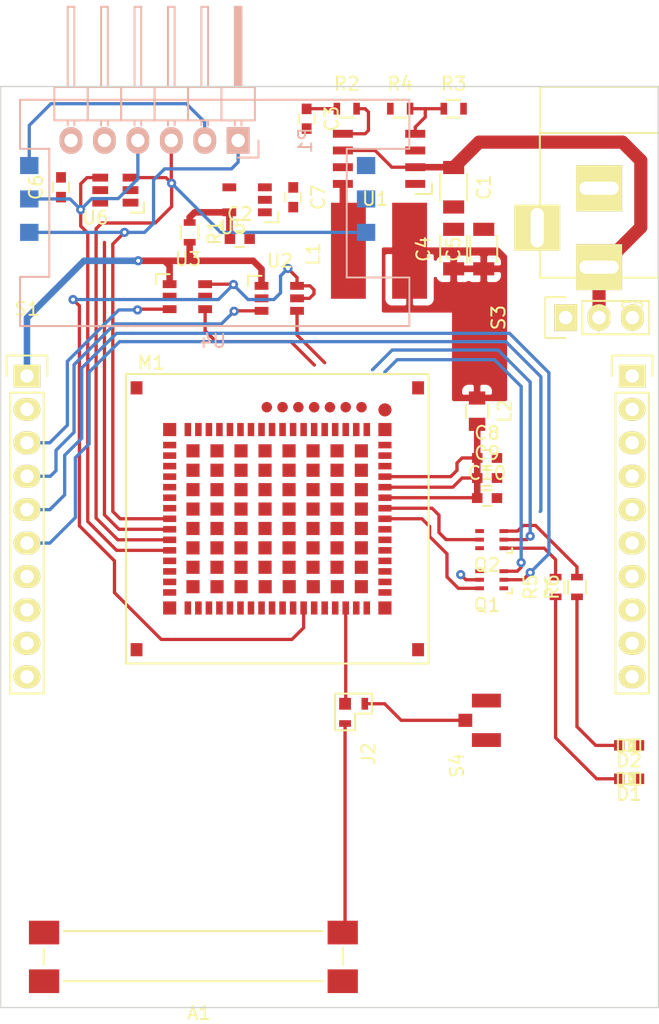
<source format=kicad_pcb>
(kicad_pcb (version 4) (host pcbnew "(after 2015-mar-04 BZR unknown)-product")

  (general
    (links 104)
    (no_connects 57)
    (area 116.891667 43.226999 176.731671 121.388)
    (thickness 1.6)
    (drawings 4)
    (tracks 258)
    (zones 0)
    (modules 37)
    (nets 106)
  )

  (page A4)
  (layers
    (0 F.Cu signal)
    (31 B.Cu signal)
    (32 B.Adhes user)
    (33 F.Adhes user)
    (34 B.Paste user)
    (35 F.Paste user)
    (36 B.SilkS user)
    (37 F.SilkS user)
    (38 B.Mask user)
    (39 F.Mask user)
    (40 Dwgs.User user)
    (41 Cmts.User user)
    (42 Eco1.User user)
    (43 Eco2.User user)
    (44 Edge.Cuts user)
    (45 Margin user)
    (46 B.CrtYd user)
    (47 F.CrtYd user)
    (48 B.Fab user)
    (49 F.Fab user)
  )

  (setup
    (last_trace_width 0.25)
    (trace_clearance 0.2)
    (zone_clearance 0.508)
    (zone_45_only no)
    (trace_min 0.2)
    (segment_width 0.2)
    (edge_width 0.1)
    (via_size 0.7)
    (via_drill 0.3)
    (via_min_size 0.4)
    (via_min_drill 0.3)
    (uvia_size 0.3)
    (uvia_drill 0.1)
    (uvias_allowed no)
    (uvia_min_size 0.2)
    (uvia_min_drill 0.1)
    (pcb_text_width 0.3)
    (pcb_text_size 1.5 1.5)
    (mod_edge_width 0.15)
    (mod_text_size 1 1)
    (mod_text_width 0.15)
    (pad_size 0.9 1)
    (pad_drill 0)
    (pad_to_mask_clearance 0)
    (aux_axis_origin -10.414 -0.508)
    (grid_origin -24.13 -11.938)
    (visible_elements 7FFCF7FF)
    (pcbplotparams
      (layerselection 0x00030_80000001)
      (usegerberextensions false)
      (excludeedgelayer true)
      (linewidth 0.100000)
      (plotframeref false)
      (viasonmask false)
      (mode 1)
      (useauxorigin false)
      (hpglpennumber 1)
      (hpglpenspeed 20)
      (hpglpendiameter 15)
      (hpglpenoverlay 2)
      (psnegative false)
      (psa4output false)
      (plotreference true)
      (plotvalue true)
      (plotinvisibletext false)
      (padsonsilk false)
      (subtractmaskfromsilk false)
      (outputformat 1)
      (mirror false)
      (drillshape 1)
      (scaleselection 1)
      (outputdirectory ""))
  )

  (net 0 "")
  (net 1 GND)
  (net 2 "Net-(A1-Pad2)")
  (net 3 "Net-(A1-Pad3)")
  (net 4 "Net-(A1-Pad4)")
  (net 5 "Net-(C1-Pad1)")
  (net 6 "Net-(C2-Pad1)")
  (net 7 "Net-(C3-Pad1)")
  (net 8 "Net-(D1-Pad2)")
  (net 9 "Net-(D2-Pad2)")
  (net 10 "Net-(M1-Pad1)")
  (net 11 "Net-(M1-Pad2)")
  (net 12 "Net-(M1-Pad3)")
  (net 13 "Net-(M1-Pad5)")
  (net 14 "Net-(M1-Pad6)")
  (net 15 "Net-(M1-Pad7)")
  (net 16 "Net-(M1-Pad8)")
  (net 17 "Net-(M1-Pad10)")
  (net 18 "Net-(M1-Pad11)")
  (net 19 "Net-(M1-Pad12)")
  (net 20 "Net-(M1-Pad13)")
  (net 21 "Net-(M1-Pad14)")
  (net 22 "Net-(M1-Pad15)")
  (net 23 "Net-(M1-Pad16)")
  (net 24 "Net-(M1-Pad17)")
  (net 25 "Net-(M1-Pad18)")
  (net 26 "Net-(M1-Pad19)")
  (net 27 "Net-(M1-Pad20)")
  (net 28 "Net-(M1-Pad21)")
  (net 29 "Net-(M1-Pad22)")
  (net 30 "Net-(M1-Pad23)")
  (net 31 "Net-(M1-Pad24)")
  (net 32 "Net-(M1-Pad25)")
  (net 33 "Net-(M1-Pad27)")
  (net 34 "Net-(M1-Pad28)")
  (net 35 "Net-(M1-Pad29)")
  (net 36 "Net-(M1-Pad30)")
  (net 37 "Net-(M1-Pad31)")
  (net 38 "Net-(M1-Pad32)")
  (net 39 "Net-(M1-Pad33)")
  (net 40 "Net-(M1-Pad34)")
  (net 41 "Net-(M1-Pad35)")
  (net 42 "Net-(M1-Pad36)")
  (net 43 "Net-(M1-Pad38)")
  (net 44 "Net-(M1-Pad40)")
  (net 45 "Net-(M1-Pad41)")
  (net 46 "Net-(M1-Pad42)")
  (net 47 "Net-(M1-Pad43)")
  (net 48 "Net-(M1-Pad44)")
  (net 49 "Net-(M1-Pad45)")
  (net 50 "Net-(M1-Pad46)")
  (net 51 "Net-(M1-Pad47)")
  (net 52 "Net-(M1-Pad51)")
  (net 53 "Net-(M1-Pad52)")
  (net 54 "Net-(M1-Pad53)")
  (net 55 "Net-(M1-Pad54)")
  (net 56 "Net-(M1-Pad55)")
  (net 57 "Net-(M1-Pad56)")
  (net 58 "Net-(M1-Pad57)")
  (net 59 "Net-(M1-Pad58)")
  (net 60 "Net-(M1-Pad59)")
  (net 61 "Net-(M1-Pad60)")
  (net 62 "Net-(M1-Pad64)")
  (net 63 "Net-(M1-Pad65)")
  (net 64 "Net-(M1-Pad66)")
  (net 65 "Net-(M1-Pad236)")
  (net 66 "Net-(M1-Pad237)")
  (net 67 "Net-(M1-Pad238)")
  (net 68 "Net-(M1-Pad239)")
  (net 69 "Net-(M1-Pad240)")
  (net 70 "Net-(M1-Pad241)")
  (net 71 "Net-(M1-Pad242)")
  (net 72 "Net-(P1-Pad5)")
  (net 73 /VCC_LP)
  (net 74 /PWR_ON)
  (net 75 /RES)
  (net 76 "Net-(R3-Pad1)")
  (net 77 "Net-(S2-Pad2)")
  (net 78 /RXD)
  (net 79 /TXD)
  (net 80 "Net-(S2-Pad5)")
  (net 81 "Net-(S2-Pad8)")
  (net 82 "Net-(S2-Pad9)")
  (net 83 "Net-(S2-Pad10)")
  (net 84 "Net-(U5-Pad4)")
  (net 85 "Net-(C4-Pad1)")
  (net 86 "Net-(C6-Pad1)")
  (net 87 "Net-(C10-Pad1)")
  (net 88 "Net-(J2-Pad1)")
  (net 89 "Net-(J2-Pad3)")
  (net 90 "Net-(L1-Pad1)")
  (net 91 "Net-(Q2-Pad1)")
  (net 92 "Net-(Q2-Pad3)")
  (net 93 "Net-(R2-Pad2)")
  (net 94 "Net-(S1-Pad2)")
  (net 95 "Net-(S1-Pad7)")
  (net 96 "Net-(S1-Pad8)")
  (net 97 "Net-(S1-Pad9)")
  (net 98 "Net-(S1-Pad10)")
  (net 99 "Net-(S2-Pad3)")
  (net 100 "Net-(S2-Pad4)")
  (net 101 "Net-(S2-Pad6)")
  (net 102 "Net-(S2-Pad7)")
  (net 103 "Net-(U1-Pad7)")
  (net 104 "Net-(U4-Pad5)")
  (net 105 "Net-(U6-Pad6)")

  (net_class Default "Это класс цепей по умолчанию."
    (clearance 0.2)
    (trace_width 0.25)
    (via_dia 0.7)
    (via_drill 0.3)
    (uvia_dia 0.3)
    (uvia_drill 0.1)
    (add_net /PWR_ON)
    (add_net /RES)
    (add_net /RXD)
    (add_net /TXD)
    (add_net GND)
    (add_net "Net-(A1-Pad2)")
    (add_net "Net-(A1-Pad3)")
    (add_net "Net-(A1-Pad4)")
    (add_net "Net-(C3-Pad1)")
    (add_net "Net-(C6-Pad1)")
    (add_net "Net-(D1-Pad2)")
    (add_net "Net-(D2-Pad2)")
    (add_net "Net-(J2-Pad1)")
    (add_net "Net-(J2-Pad3)")
    (add_net "Net-(M1-Pad1)")
    (add_net "Net-(M1-Pad10)")
    (add_net "Net-(M1-Pad11)")
    (add_net "Net-(M1-Pad12)")
    (add_net "Net-(M1-Pad13)")
    (add_net "Net-(M1-Pad14)")
    (add_net "Net-(M1-Pad15)")
    (add_net "Net-(M1-Pad16)")
    (add_net "Net-(M1-Pad17)")
    (add_net "Net-(M1-Pad18)")
    (add_net "Net-(M1-Pad19)")
    (add_net "Net-(M1-Pad2)")
    (add_net "Net-(M1-Pad20)")
    (add_net "Net-(M1-Pad21)")
    (add_net "Net-(M1-Pad22)")
    (add_net "Net-(M1-Pad23)")
    (add_net "Net-(M1-Pad236)")
    (add_net "Net-(M1-Pad237)")
    (add_net "Net-(M1-Pad238)")
    (add_net "Net-(M1-Pad239)")
    (add_net "Net-(M1-Pad24)")
    (add_net "Net-(M1-Pad240)")
    (add_net "Net-(M1-Pad241)")
    (add_net "Net-(M1-Pad242)")
    (add_net "Net-(M1-Pad25)")
    (add_net "Net-(M1-Pad27)")
    (add_net "Net-(M1-Pad28)")
    (add_net "Net-(M1-Pad29)")
    (add_net "Net-(M1-Pad3)")
    (add_net "Net-(M1-Pad30)")
    (add_net "Net-(M1-Pad31)")
    (add_net "Net-(M1-Pad32)")
    (add_net "Net-(M1-Pad33)")
    (add_net "Net-(M1-Pad34)")
    (add_net "Net-(M1-Pad35)")
    (add_net "Net-(M1-Pad36)")
    (add_net "Net-(M1-Pad38)")
    (add_net "Net-(M1-Pad40)")
    (add_net "Net-(M1-Pad41)")
    (add_net "Net-(M1-Pad42)")
    (add_net "Net-(M1-Pad43)")
    (add_net "Net-(M1-Pad44)")
    (add_net "Net-(M1-Pad45)")
    (add_net "Net-(M1-Pad46)")
    (add_net "Net-(M1-Pad47)")
    (add_net "Net-(M1-Pad5)")
    (add_net "Net-(M1-Pad51)")
    (add_net "Net-(M1-Pad52)")
    (add_net "Net-(M1-Pad53)")
    (add_net "Net-(M1-Pad54)")
    (add_net "Net-(M1-Pad55)")
    (add_net "Net-(M1-Pad56)")
    (add_net "Net-(M1-Pad57)")
    (add_net "Net-(M1-Pad58)")
    (add_net "Net-(M1-Pad59)")
    (add_net "Net-(M1-Pad6)")
    (add_net "Net-(M1-Pad60)")
    (add_net "Net-(M1-Pad64)")
    (add_net "Net-(M1-Pad65)")
    (add_net "Net-(M1-Pad66)")
    (add_net "Net-(M1-Pad7)")
    (add_net "Net-(M1-Pad8)")
    (add_net "Net-(P1-Pad5)")
    (add_net "Net-(Q2-Pad1)")
    (add_net "Net-(Q2-Pad3)")
    (add_net "Net-(R2-Pad2)")
    (add_net "Net-(R3-Pad1)")
    (add_net "Net-(S1-Pad10)")
    (add_net "Net-(S1-Pad2)")
    (add_net "Net-(S1-Pad7)")
    (add_net "Net-(S1-Pad8)")
    (add_net "Net-(S1-Pad9)")
    (add_net "Net-(S2-Pad10)")
    (add_net "Net-(S2-Pad2)")
    (add_net "Net-(S2-Pad3)")
    (add_net "Net-(S2-Pad4)")
    (add_net "Net-(S2-Pad5)")
    (add_net "Net-(S2-Pad6)")
    (add_net "Net-(S2-Pad7)")
    (add_net "Net-(S2-Pad8)")
    (add_net "Net-(S2-Pad9)")
    (add_net "Net-(U1-Pad7)")
    (add_net "Net-(U4-Pad5)")
    (add_net "Net-(U5-Pad4)")
    (add_net "Net-(U6-Pad6)")
  )

  (net_class MAIN_PWR ""
    (clearance 0.2)
    (trace_width 1)
    (via_dia 0.7)
    (via_drill 0.3)
    (uvia_dia 0.3)
    (uvia_drill 0.1)
    (add_net "Net-(C1-Pad1)")
    (add_net "Net-(C4-Pad1)")
  )

  (net_class PWR ""
    (clearance 0.2)
    (trace_width 0.5)
    (via_dia 0.7)
    (via_drill 0.3)
    (uvia_dia 0.3)
    (uvia_drill 0.1)
    (add_net /VCC_LP)
    (add_net "Net-(C10-Pad1)")
    (add_net "Net-(C2-Pad1)")
    (add_net "Net-(L1-Pad1)")
  )

  (module Meshium:AMMAP004 (layer F.Cu) (tedit 55A39CE0) (tstamp 55A4B590)
    (at 146 118 180)
    (path /559F65BE)
    (fp_text reference A1 (at 10.922 -2.413 180) (layer F.SilkS)
      (effects (font (size 1 1) (thickness 0.15)))
    )
    (fp_text value AMMAP004 (at 12.065 6.223 180) (layer F.Fab)
      (effects (font (size 1 1) (thickness 0.15)))
    )
    (fp_line (start 0 2.54) (end 0 1.27) (layer F.SilkS) (width 0.15))
    (fp_line (start 21.209 3.81) (end 1.524 3.81) (layer F.SilkS) (width 0.15))
    (fp_line (start 22.733 1.27) (end 22.733 2.413) (layer F.SilkS) (width 0.15))
    (fp_line (start 1.524 0) (end 21.209 0) (layer F.SilkS) (width 0.15))
    (pad 1 smd rect (at 0 0 180) (size 2.3 1.8) (layers F.Cu F.Paste F.Mask)
      (net 1 GND))
    (pad 2 smd rect (at 0 3.7 180) (size 2.3 1.8) (layers F.Cu F.Paste F.Mask)
      (net 2 "Net-(A1-Pad2)"))
    (pad 3 smd rect (at 22.7 3.7 180) (size 2.3 1.8) (layers F.Cu F.Paste F.Mask)
      (net 3 "Net-(A1-Pad3)"))
    (pad 4 smd rect (at 22.7 0 180) (size 2.3 1.8) (layers F.Cu F.Paste F.Mask)
      (net 4 "Net-(A1-Pad4)"))
  )

  (module Capacitors_SMD:C_1206 (layer F.Cu) (tedit 5415D7BD) (tstamp 55A4B59C)
    (at 154.432 57.658 270)
    (descr "Capacitor SMD 1206, reflow soldering, AVX (see smccp.pdf)")
    (tags "capacitor 1206")
    (path /559E3FAA)
    (attr smd)
    (fp_text reference C1 (at 0 -2.3 270) (layer F.SilkS)
      (effects (font (size 1 1) (thickness 0.15)))
    )
    (fp_text value 22uF (at 0 2.3 270) (layer F.Fab)
      (effects (font (size 1 1) (thickness 0.15)))
    )
    (fp_line (start -2.3 -1.15) (end 2.3 -1.15) (layer F.CrtYd) (width 0.05))
    (fp_line (start -2.3 1.15) (end 2.3 1.15) (layer F.CrtYd) (width 0.05))
    (fp_line (start -2.3 -1.15) (end -2.3 1.15) (layer F.CrtYd) (width 0.05))
    (fp_line (start 2.3 -1.15) (end 2.3 1.15) (layer F.CrtYd) (width 0.05))
    (fp_line (start 1 -1.025) (end -1 -1.025) (layer F.SilkS) (width 0.15))
    (fp_line (start -1 1.025) (end 1 1.025) (layer F.SilkS) (width 0.15))
    (pad 1 smd rect (at -1.5 0 270) (size 1 1.6) (layers F.Cu F.Paste F.Mask)
      (net 5 "Net-(C1-Pad1)"))
    (pad 2 smd rect (at 1.5 0 270) (size 1 1.6) (layers F.Cu F.Paste F.Mask)
      (net 1 GND))
    (model Capacitors_SMD.3dshapes/C_1206.wrl
      (at (xyz 0 0 0))
      (scale (xyz 1 1 1))
      (rotate (xyz 0 0 0))
    )
  )

  (module Capacitors_SMD:C_0603 (layer F.Cu) (tedit 5415D631) (tstamp 55A4B5A8)
    (at 138.176 61.595)
    (descr "Capacitor SMD 0603, reflow soldering, AVX (see smccp.pdf)")
    (tags "capacitor 0603")
    (path /559E69B3)
    (attr smd)
    (fp_text reference C2 (at 0 -1.9) (layer F.SilkS)
      (effects (font (size 1 1) (thickness 0.15)))
    )
    (fp_text value 1uF (at 0 1.9) (layer F.Fab)
      (effects (font (size 1 1) (thickness 0.15)))
    )
    (fp_line (start -1.45 -0.75) (end 1.45 -0.75) (layer F.CrtYd) (width 0.05))
    (fp_line (start -1.45 0.75) (end 1.45 0.75) (layer F.CrtYd) (width 0.05))
    (fp_line (start -1.45 -0.75) (end -1.45 0.75) (layer F.CrtYd) (width 0.05))
    (fp_line (start 1.45 -0.75) (end 1.45 0.75) (layer F.CrtYd) (width 0.05))
    (fp_line (start -0.35 -0.6) (end 0.35 -0.6) (layer F.SilkS) (width 0.15))
    (fp_line (start 0.35 0.6) (end -0.35 0.6) (layer F.SilkS) (width 0.15))
    (pad 1 smd rect (at -0.75 0) (size 0.8 0.75) (layers F.Cu F.Paste F.Mask)
      (net 6 "Net-(C2-Pad1)"))
    (pad 2 smd rect (at 0.75 0) (size 0.8 0.75) (layers F.Cu F.Paste F.Mask)
      (net 1 GND))
    (model Capacitors_SMD.3dshapes/C_0603.wrl
      (at (xyz 0 0 0))
      (scale (xyz 1 1 1))
      (rotate (xyz 0 0 0))
    )
  )

  (module Capacitors_SMD:C_0603 (layer F.Cu) (tedit 5415D631) (tstamp 55A4B5B4)
    (at 143.256 52.451 270)
    (descr "Capacitor SMD 0603, reflow soldering, AVX (see smccp.pdf)")
    (tags "capacitor 0603")
    (path /559E435F)
    (attr smd)
    (fp_text reference C3 (at 0 -1.9 270) (layer F.SilkS)
      (effects (font (size 1 1) (thickness 0.15)))
    )
    (fp_text value 1.5nF (at 0 1.9 270) (layer F.Fab)
      (effects (font (size 1 1) (thickness 0.15)))
    )
    (fp_line (start -1.45 -0.75) (end 1.45 -0.75) (layer F.CrtYd) (width 0.05))
    (fp_line (start -1.45 0.75) (end 1.45 0.75) (layer F.CrtYd) (width 0.05))
    (fp_line (start -1.45 -0.75) (end -1.45 0.75) (layer F.CrtYd) (width 0.05))
    (fp_line (start 1.45 -0.75) (end 1.45 0.75) (layer F.CrtYd) (width 0.05))
    (fp_line (start -0.35 -0.6) (end 0.35 -0.6) (layer F.SilkS) (width 0.15))
    (fp_line (start 0.35 0.6) (end -0.35 0.6) (layer F.SilkS) (width 0.15))
    (pad 1 smd rect (at -0.75 0 270) (size 0.8 0.75) (layers F.Cu F.Paste F.Mask)
      (net 7 "Net-(C3-Pad1)"))
    (pad 2 smd rect (at 0.75 0 270) (size 0.8 0.75) (layers F.Cu F.Paste F.Mask)
      (net 1 GND))
    (model Capacitors_SMD.3dshapes/C_0603.wrl
      (at (xyz 0 0 0))
      (scale (xyz 1 1 1))
      (rotate (xyz 0 0 0))
    )
  )

  (module Capacitors_SMD:C_1206 (layer F.Cu) (tedit 5415D7BD) (tstamp 55A4B5C0)
    (at 154.432 62.357 90)
    (descr "Capacitor SMD 1206, reflow soldering, AVX (see smccp.pdf)")
    (tags "capacitor 1206")
    (path /559E45F5)
    (attr smd)
    (fp_text reference C4 (at 0 -2.3 90) (layer F.SilkS)
      (effects (font (size 1 1) (thickness 0.15)))
    )
    (fp_text value 22uF (at 0 2.3 90) (layer F.Fab)
      (effects (font (size 1 1) (thickness 0.15)))
    )
    (fp_line (start -2.3 -1.15) (end 2.3 -1.15) (layer F.CrtYd) (width 0.05))
    (fp_line (start -2.3 1.15) (end 2.3 1.15) (layer F.CrtYd) (width 0.05))
    (fp_line (start -2.3 -1.15) (end -2.3 1.15) (layer F.CrtYd) (width 0.05))
    (fp_line (start 2.3 -1.15) (end 2.3 1.15) (layer F.CrtYd) (width 0.05))
    (fp_line (start 1 -1.025) (end -1 -1.025) (layer F.SilkS) (width 0.15))
    (fp_line (start -1 1.025) (end 1 1.025) (layer F.SilkS) (width 0.15))
    (pad 1 smd rect (at -1.5 0 90) (size 1 1.6) (layers F.Cu F.Paste F.Mask)
      (net 85 "Net-(C4-Pad1)"))
    (pad 2 smd rect (at 1.5 0 90) (size 1 1.6) (layers F.Cu F.Paste F.Mask)
      (net 1 GND))
    (model Capacitors_SMD.3dshapes/C_1206.wrl
      (at (xyz 0 0 0))
      (scale (xyz 1 1 1))
      (rotate (xyz 0 0 0))
    )
  )

  (module Capacitors_SMD:C_1206 (layer F.Cu) (tedit 5415D7BD) (tstamp 55A4B5CC)
    (at 156.718 62.357 90)
    (descr "Capacitor SMD 1206, reflow soldering, AVX (see smccp.pdf)")
    (tags "capacitor 1206")
    (path /559E4663)
    (attr smd)
    (fp_text reference C5 (at 0 -2.3 90) (layer F.SilkS)
      (effects (font (size 1 1) (thickness 0.15)))
    )
    (fp_text value 22uF (at 0 2.3 90) (layer F.Fab)
      (effects (font (size 1 1) (thickness 0.15)))
    )
    (fp_line (start -2.3 -1.15) (end 2.3 -1.15) (layer F.CrtYd) (width 0.05))
    (fp_line (start -2.3 1.15) (end 2.3 1.15) (layer F.CrtYd) (width 0.05))
    (fp_line (start -2.3 -1.15) (end -2.3 1.15) (layer F.CrtYd) (width 0.05))
    (fp_line (start 2.3 -1.15) (end 2.3 1.15) (layer F.CrtYd) (width 0.05))
    (fp_line (start 1 -1.025) (end -1 -1.025) (layer F.SilkS) (width 0.15))
    (fp_line (start -1 1.025) (end 1 1.025) (layer F.SilkS) (width 0.15))
    (pad 1 smd rect (at -1.5 0 90) (size 1 1.6) (layers F.Cu F.Paste F.Mask)
      (net 85 "Net-(C4-Pad1)"))
    (pad 2 smd rect (at 1.5 0 90) (size 1 1.6) (layers F.Cu F.Paste F.Mask)
      (net 1 GND))
    (model Capacitors_SMD.3dshapes/C_1206.wrl
      (at (xyz 0 0 0))
      (scale (xyz 1 1 1))
      (rotate (xyz 0 0 0))
    )
  )

  (module Capacitors_SMD:C_0603 (layer F.Cu) (tedit 5415D631) (tstamp 55A4B5D8)
    (at 124.587 57.658 90)
    (descr "Capacitor SMD 0603, reflow soldering, AVX (see smccp.pdf)")
    (tags "capacitor 0603")
    (path /55A4BA77)
    (attr smd)
    (fp_text reference C6 (at 0 -1.9 90) (layer F.SilkS)
      (effects (font (size 1 1) (thickness 0.15)))
    )
    (fp_text value 1uF (at 0 1.9 90) (layer F.Fab)
      (effects (font (size 1 1) (thickness 0.15)))
    )
    (fp_line (start -1.45 -0.75) (end 1.45 -0.75) (layer F.CrtYd) (width 0.05))
    (fp_line (start -1.45 0.75) (end 1.45 0.75) (layer F.CrtYd) (width 0.05))
    (fp_line (start -1.45 -0.75) (end -1.45 0.75) (layer F.CrtYd) (width 0.05))
    (fp_line (start 1.45 -0.75) (end 1.45 0.75) (layer F.CrtYd) (width 0.05))
    (fp_line (start -0.35 -0.6) (end 0.35 -0.6) (layer F.SilkS) (width 0.15))
    (fp_line (start 0.35 0.6) (end -0.35 0.6) (layer F.SilkS) (width 0.15))
    (pad 1 smd rect (at -0.75 0 90) (size 0.8 0.75) (layers F.Cu F.Paste F.Mask)
      (net 86 "Net-(C6-Pad1)"))
    (pad 2 smd rect (at 0.75 0 90) (size 0.8 0.75) (layers F.Cu F.Paste F.Mask)
      (net 1 GND))
    (model Capacitors_SMD.3dshapes/C_0603.wrl
      (at (xyz 0 0 0))
      (scale (xyz 1 1 1))
      (rotate (xyz 0 0 0))
    )
  )

  (module Capacitors_SMD:C_0603 (layer F.Cu) (tedit 5415D631) (tstamp 55A4B5E4)
    (at 142.24 58.42 270)
    (descr "Capacitor SMD 0603, reflow soldering, AVX (see smccp.pdf)")
    (tags "capacitor 0603")
    (path /559E691F)
    (attr smd)
    (fp_text reference C7 (at 0 -1.9 270) (layer F.SilkS)
      (effects (font (size 1 1) (thickness 0.15)))
    )
    (fp_text value 1uF (at 0 1.9 270) (layer F.Fab)
      (effects (font (size 1 1) (thickness 0.15)))
    )
    (fp_line (start -1.45 -0.75) (end 1.45 -0.75) (layer F.CrtYd) (width 0.05))
    (fp_line (start -1.45 0.75) (end 1.45 0.75) (layer F.CrtYd) (width 0.05))
    (fp_line (start -1.45 -0.75) (end -1.45 0.75) (layer F.CrtYd) (width 0.05))
    (fp_line (start 1.45 -0.75) (end 1.45 0.75) (layer F.CrtYd) (width 0.05))
    (fp_line (start -0.35 -0.6) (end 0.35 -0.6) (layer F.SilkS) (width 0.15))
    (fp_line (start 0.35 0.6) (end -0.35 0.6) (layer F.SilkS) (width 0.15))
    (pad 1 smd rect (at -0.75 0 270) (size 0.8 0.75) (layers F.Cu F.Paste F.Mask)
      (net 85 "Net-(C4-Pad1)"))
    (pad 2 smd rect (at 0.75 0 270) (size 0.8 0.75) (layers F.Cu F.Paste F.Mask)
      (net 1 GND))
    (model Capacitors_SMD.3dshapes/C_0603.wrl
      (at (xyz 0 0 0))
      (scale (xyz 1 1 1))
      (rotate (xyz 0 0 0))
    )
  )

  (module Capacitors_SMD:C_0603 (layer F.Cu) (tedit 5415D631) (tstamp 55A4B5F0)
    (at 156.972 78.232)
    (descr "Capacitor SMD 0603, reflow soldering, AVX (see smccp.pdf)")
    (tags "capacitor 0603")
    (path /559F1216)
    (attr smd)
    (fp_text reference C8 (at 0 -1.9) (layer F.SilkS)
      (effects (font (size 1 1) (thickness 0.15)))
    )
    (fp_text value 10uF (at 0 1.9) (layer F.Fab)
      (effects (font (size 1 1) (thickness 0.15)))
    )
    (fp_line (start -1.45 -0.75) (end 1.45 -0.75) (layer F.CrtYd) (width 0.05))
    (fp_line (start -1.45 0.75) (end 1.45 0.75) (layer F.CrtYd) (width 0.05))
    (fp_line (start -1.45 -0.75) (end -1.45 0.75) (layer F.CrtYd) (width 0.05))
    (fp_line (start 1.45 -0.75) (end 1.45 0.75) (layer F.CrtYd) (width 0.05))
    (fp_line (start -0.35 -0.6) (end 0.35 -0.6) (layer F.SilkS) (width 0.15))
    (fp_line (start 0.35 0.6) (end -0.35 0.6) (layer F.SilkS) (width 0.15))
    (pad 1 smd rect (at -0.75 0) (size 0.8 0.75) (layers F.Cu F.Paste F.Mask)
      (net 87 "Net-(C10-Pad1)"))
    (pad 2 smd rect (at 0.75 0) (size 0.8 0.75) (layers F.Cu F.Paste F.Mask)
      (net 1 GND))
    (model Capacitors_SMD.3dshapes/C_0603.wrl
      (at (xyz 0 0 0))
      (scale (xyz 1 1 1))
      (rotate (xyz 0 0 0))
    )
  )

  (module Capacitors_SMD:C_0603 (layer F.Cu) (tedit 5415D631) (tstamp 55A4B5FC)
    (at 156.972 79.756)
    (descr "Capacitor SMD 0603, reflow soldering, AVX (see smccp.pdf)")
    (tags "capacitor 0603")
    (path /559F118F)
    (attr smd)
    (fp_text reference C9 (at 0 -1.9) (layer F.SilkS)
      (effects (font (size 1 1) (thickness 0.15)))
    )
    (fp_text value 0.01uF (at 0 1.9) (layer F.Fab)
      (effects (font (size 1 1) (thickness 0.15)))
    )
    (fp_line (start -1.45 -0.75) (end 1.45 -0.75) (layer F.CrtYd) (width 0.05))
    (fp_line (start -1.45 0.75) (end 1.45 0.75) (layer F.CrtYd) (width 0.05))
    (fp_line (start -1.45 -0.75) (end -1.45 0.75) (layer F.CrtYd) (width 0.05))
    (fp_line (start 1.45 -0.75) (end 1.45 0.75) (layer F.CrtYd) (width 0.05))
    (fp_line (start -0.35 -0.6) (end 0.35 -0.6) (layer F.SilkS) (width 0.15))
    (fp_line (start 0.35 0.6) (end -0.35 0.6) (layer F.SilkS) (width 0.15))
    (pad 1 smd rect (at -0.75 0) (size 0.8 0.75) (layers F.Cu F.Paste F.Mask)
      (net 87 "Net-(C10-Pad1)"))
    (pad 2 smd rect (at 0.75 0) (size 0.8 0.75) (layers F.Cu F.Paste F.Mask)
      (net 1 GND))
    (model Capacitors_SMD.3dshapes/C_0603.wrl
      (at (xyz 0 0 0))
      (scale (xyz 1 1 1))
      (rotate (xyz 0 0 0))
    )
  )

  (module Capacitors_SMD:C_0603 (layer F.Cu) (tedit 5415D631) (tstamp 55A4B608)
    (at 156.972 81.28)
    (descr "Capacitor SMD 0603, reflow soldering, AVX (see smccp.pdf)")
    (tags "capacitor 0603")
    (path /559F10AD)
    (attr smd)
    (fp_text reference C10 (at 0 -1.9) (layer F.SilkS)
      (effects (font (size 1 1) (thickness 0.15)))
    )
    (fp_text value 30pF (at 0 1.9) (layer F.Fab)
      (effects (font (size 1 1) (thickness 0.15)))
    )
    (fp_line (start -1.45 -0.75) (end 1.45 -0.75) (layer F.CrtYd) (width 0.05))
    (fp_line (start -1.45 0.75) (end 1.45 0.75) (layer F.CrtYd) (width 0.05))
    (fp_line (start -1.45 -0.75) (end -1.45 0.75) (layer F.CrtYd) (width 0.05))
    (fp_line (start 1.45 -0.75) (end 1.45 0.75) (layer F.CrtYd) (width 0.05))
    (fp_line (start -0.35 -0.6) (end 0.35 -0.6) (layer F.SilkS) (width 0.15))
    (fp_line (start 0.35 0.6) (end -0.35 0.6) (layer F.SilkS) (width 0.15))
    (pad 1 smd rect (at -0.75 0) (size 0.8 0.75) (layers F.Cu F.Paste F.Mask)
      (net 87 "Net-(C10-Pad1)"))
    (pad 2 smd rect (at 0.75 0) (size 0.8 0.75) (layers F.Cu F.Paste F.Mask)
      (net 1 GND))
    (model Capacitors_SMD.3dshapes/C_0603.wrl
      (at (xyz 0 0 0))
      (scale (xyz 1 1 1))
      (rotate (xyz 0 0 0))
    )
  )

  (module LEDs:LED-0603 (layer F.Cu) (tedit 5538B18B) (tstamp 55A4B624)
    (at 167.767 102.616 180)
    (descr "LED 0603 smd package")
    (tags "LED led 0603 SMD smd SMT smt smdled SMDLED smtled SMTLED")
    (path /55A202B3)
    (attr smd)
    (fp_text reference D1 (at 0 -1.15 180) (layer F.SilkS)
      (effects (font (size 1 1) (thickness 0.15)))
    )
    (fp_text value LED_small (at 0 1.2 180) (layer F.Fab)
      (effects (font (size 1 1) (thickness 0.15)))
    )
    (fp_line (start -0.44958 -0.44958) (end -0.44958 0.44958) (layer F.SilkS) (width 0.15))
    (fp_line (start -0.44958 0.44958) (end -0.84836 0.44958) (layer F.SilkS) (width 0.15))
    (fp_line (start -0.84836 -0.44958) (end -0.84836 0.44958) (layer F.SilkS) (width 0.15))
    (fp_line (start -0.44958 -0.44958) (end -0.84836 -0.44958) (layer F.SilkS) (width 0.15))
    (fp_line (start 0.84836 -0.44958) (end 0.84836 0.44958) (layer F.SilkS) (width 0.15))
    (fp_line (start 0.84836 0.44958) (end 0.44958 0.44958) (layer F.SilkS) (width 0.15))
    (fp_line (start 0.44958 -0.44958) (end 0.44958 0.44958) (layer F.SilkS) (width 0.15))
    (fp_line (start 0.84836 -0.44958) (end 0.44958 -0.44958) (layer F.SilkS) (width 0.15))
    (fp_line (start 0 -0.44958) (end 0 -0.29972) (layer F.SilkS) (width 0.15))
    (fp_line (start 0 -0.29972) (end -0.29972 -0.29972) (layer F.SilkS) (width 0.15))
    (fp_line (start -0.29972 -0.44958) (end -0.29972 -0.29972) (layer F.SilkS) (width 0.15))
    (fp_line (start 0 -0.44958) (end -0.29972 -0.44958) (layer F.SilkS) (width 0.15))
    (fp_line (start 0 0.29972) (end 0 0.44958) (layer F.SilkS) (width 0.15))
    (fp_line (start 0 0.44958) (end -0.29972 0.44958) (layer F.SilkS) (width 0.15))
    (fp_line (start -0.29972 0.29972) (end -0.29972 0.44958) (layer F.SilkS) (width 0.15))
    (fp_line (start 0 0.29972) (end -0.29972 0.29972) (layer F.SilkS) (width 0.15))
    (fp_line (start 0 -0.14986) (end 0 0.14986) (layer F.SilkS) (width 0.15))
    (fp_line (start 0 0.14986) (end -0.29972 0.14986) (layer F.SilkS) (width 0.15))
    (fp_line (start -0.29972 -0.14986) (end -0.29972 0.14986) (layer F.SilkS) (width 0.15))
    (fp_line (start 0 -0.14986) (end -0.29972 -0.14986) (layer F.SilkS) (width 0.15))
    (fp_line (start -0.44958 -0.39878) (end 0.44958 -0.39878) (layer F.SilkS) (width 0.15))
    (fp_line (start -0.44958 0.39878) (end 0.44958 0.39878) (layer F.SilkS) (width 0.15))
    (pad 2 smd rect (at 0.7493 0) (size 0.79756 0.79756) (layers F.Cu F.Paste F.Mask)
      (net 8 "Net-(D1-Pad2)"))
    (pad 1 smd rect (at -0.7493 0) (size 0.79756 0.79756) (layers F.Cu F.Paste F.Mask)
      (net 85 "Net-(C4-Pad1)"))
  )

  (module LEDs:LED-0603 (layer F.Cu) (tedit 5538B18B) (tstamp 55A4B640)
    (at 167.767 100.076 180)
    (descr "LED 0603 smd package")
    (tags "LED led 0603 SMD smd SMT smt smdled SMDLED smtled SMTLED")
    (path /559EA8F0)
    (attr smd)
    (fp_text reference D2 (at 0 -1.15 180) (layer F.SilkS)
      (effects (font (size 1 1) (thickness 0.15)))
    )
    (fp_text value LED_small (at 0 1.2 180) (layer F.Fab)
      (effects (font (size 1 1) (thickness 0.15)))
    )
    (fp_line (start -0.44958 -0.44958) (end -0.44958 0.44958) (layer F.SilkS) (width 0.15))
    (fp_line (start -0.44958 0.44958) (end -0.84836 0.44958) (layer F.SilkS) (width 0.15))
    (fp_line (start -0.84836 -0.44958) (end -0.84836 0.44958) (layer F.SilkS) (width 0.15))
    (fp_line (start -0.44958 -0.44958) (end -0.84836 -0.44958) (layer F.SilkS) (width 0.15))
    (fp_line (start 0.84836 -0.44958) (end 0.84836 0.44958) (layer F.SilkS) (width 0.15))
    (fp_line (start 0.84836 0.44958) (end 0.44958 0.44958) (layer F.SilkS) (width 0.15))
    (fp_line (start 0.44958 -0.44958) (end 0.44958 0.44958) (layer F.SilkS) (width 0.15))
    (fp_line (start 0.84836 -0.44958) (end 0.44958 -0.44958) (layer F.SilkS) (width 0.15))
    (fp_line (start 0 -0.44958) (end 0 -0.29972) (layer F.SilkS) (width 0.15))
    (fp_line (start 0 -0.29972) (end -0.29972 -0.29972) (layer F.SilkS) (width 0.15))
    (fp_line (start -0.29972 -0.44958) (end -0.29972 -0.29972) (layer F.SilkS) (width 0.15))
    (fp_line (start 0 -0.44958) (end -0.29972 -0.44958) (layer F.SilkS) (width 0.15))
    (fp_line (start 0 0.29972) (end 0 0.44958) (layer F.SilkS) (width 0.15))
    (fp_line (start 0 0.44958) (end -0.29972 0.44958) (layer F.SilkS) (width 0.15))
    (fp_line (start -0.29972 0.29972) (end -0.29972 0.44958) (layer F.SilkS) (width 0.15))
    (fp_line (start 0 0.29972) (end -0.29972 0.29972) (layer F.SilkS) (width 0.15))
    (fp_line (start 0 -0.14986) (end 0 0.14986) (layer F.SilkS) (width 0.15))
    (fp_line (start 0 0.14986) (end -0.29972 0.14986) (layer F.SilkS) (width 0.15))
    (fp_line (start -0.29972 -0.14986) (end -0.29972 0.14986) (layer F.SilkS) (width 0.15))
    (fp_line (start 0 -0.14986) (end -0.29972 -0.14986) (layer F.SilkS) (width 0.15))
    (fp_line (start -0.44958 -0.39878) (end 0.44958 -0.39878) (layer F.SilkS) (width 0.15))
    (fp_line (start -0.44958 0.39878) (end 0.44958 0.39878) (layer F.SilkS) (width 0.15))
    (pad 2 smd rect (at 0.7493 0) (size 0.79756 0.79756) (layers F.Cu F.Paste F.Mask)
      (net 9 "Net-(D2-Pad2)"))
    (pad 1 smd rect (at -0.7493 0) (size 0.79756 0.79756) (layers F.Cu F.Paste F.Mask)
      (net 85 "Net-(C4-Pad1)"))
  )

  (module Connect:BARREL_JACK locked (layer F.Cu) (tedit 0) (tstamp 55A4B64C)
    (at 165.481 57.531 270)
    (descr "DC Barrel Jack")
    (tags "Power Jack")
    (path /559E329C)
    (attr smd)
    (fp_text reference J1 (at 10.09904 0 360) (layer F.SilkS)
      (effects (font (size 1 1) (thickness 0.15)))
    )
    (fp_text value BARREL_JACK (at 0 -5.99948 270) (layer F.Fab)
      (effects (font (size 1 1) (thickness 0.15)))
    )
    (fp_line (start -4.0005 -4.50088) (end -4.0005 4.50088) (layer F.SilkS) (width 0.15))
    (fp_line (start -7.50062 -4.50088) (end -7.50062 4.50088) (layer F.SilkS) (width 0.15))
    (fp_line (start -7.50062 4.50088) (end 7.00024 4.50088) (layer F.SilkS) (width 0.15))
    (fp_line (start 7.00024 4.50088) (end 7.00024 -4.50088) (layer F.SilkS) (width 0.15))
    (fp_line (start 7.00024 -4.50088) (end -7.50062 -4.50088) (layer F.SilkS) (width 0.15))
    (pad 1 thru_hole rect (at 6.20014 0 270) (size 3.50012 3.50012) (drill oval 1.00076 2.99974) (layers *.Cu *.Mask F.SilkS)
      (net 5 "Net-(C1-Pad1)"))
    (pad 2 thru_hole rect (at 0.20066 0 270) (size 3.50012 3.50012) (drill oval 1.00076 2.99974) (layers *.Cu *.Mask F.SilkS)
      (net 1 GND))
    (pad 3 thru_hole rect (at 3.2004 4.699 270) (size 3.50012 3.50012) (drill oval 2.99974 1.00076) (layers *.Cu *.Mask F.SilkS)
      (net 1 GND))
  )

  (module Meshium:JP3 (layer F.Cu) (tedit 55A39C68) (tstamp 55A4B659)
    (at 146.177 96.901 270)
    (path /559F47C1)
    (fp_text reference J2 (at 3.81 -1.778 270) (layer F.SilkS)
      (effects (font (size 1 1) (thickness 0.15)))
    )
    (fp_text value JP3 (at 0.508 1.524 270) (layer F.Fab)
      (effects (font (size 1 1) (thickness 0.15)))
    )
    (fp_line (start -0.762 -2.032) (end 0.762 -2.032) (layer F.SilkS) (width 0.15))
    (fp_line (start 0.762 -2.032) (end 0.762 -0.762) (layer F.SilkS) (width 0.15))
    (fp_line (start 0.762 -0.762) (end 2.032 -0.762) (layer F.SilkS) (width 0.15))
    (fp_line (start 2.032 -0.762) (end 2.032 0.762) (layer F.SilkS) (width 0.15))
    (fp_line (start 2.032 0.762) (end -0.762 0.762) (layer F.SilkS) (width 0.15))
    (fp_line (start -0.762 0.762) (end -0.762 -2.032) (layer F.SilkS) (width 0.15))
    (pad 1 smd rect (at 0.012 0 270) (size 0.9 0.9) (layers F.Cu F.Paste F.Mask)
      (net 88 "Net-(J2-Pad1)"))
    (pad 2 smd rect (at 1.512 0 270) (size 0.5 0.9) (layers F.Cu F.Paste F.Mask)
      (net 2 "Net-(A1-Pad2)"))
    (pad 3 smd rect (at 0.012 -1.5) (size 0.5 0.9) (layers F.Cu F.Paste F.Mask)
      (net 89 "Net-(J2-Pad3)"))
  )

  (module Meshium:CDRH6D38NP (layer F.Cu) (tedit 559FC260) (tstamp 55A4B65F)
    (at 146.431 62.484 90)
    (path /559E403A)
    (fp_text reference L1 (at -0.254 -2.667 90) (layer F.SilkS)
      (effects (font (size 1 1) (thickness 0.15)))
    )
    (fp_text value 3.3uH (at 0.127 7.747 90) (layer F.Fab)
      (effects (font (size 1 1) (thickness 0.15)))
    )
    (pad 1 smd rect (at 0 0 90) (size 7.3 2.65) (layers F.Cu F.Paste F.Mask)
      (net 90 "Net-(L1-Pad1)"))
    (pad 2 smd rect (at 0 4.65 90) (size 7.3 2.65) (layers F.Cu F.Paste F.Mask)
      (net 85 "Net-(C4-Pad1)"))
  )

  (module Capacitors_SMD:C_0805 (layer F.Cu) (tedit 5415D6EA) (tstamp 55A4B66B)
    (at 156.21 74.676 270)
    (descr "Capacitor SMD 0805, reflow soldering, AVX (see smccp.pdf)")
    (tags "capacitor 0805")
    (path /559F1286)
    (attr smd)
    (fp_text reference L2 (at 0 -2.1 270) (layer F.SilkS)
      (effects (font (size 1 1) (thickness 0.15)))
    )
    (fp_text value BLM21PG221SN1D (at 0 2.1 270) (layer F.Fab)
      (effects (font (size 1 1) (thickness 0.15)))
    )
    (fp_line (start -1.8 -1) (end 1.8 -1) (layer F.CrtYd) (width 0.05))
    (fp_line (start -1.8 1) (end 1.8 1) (layer F.CrtYd) (width 0.05))
    (fp_line (start -1.8 -1) (end -1.8 1) (layer F.CrtYd) (width 0.05))
    (fp_line (start 1.8 -1) (end 1.8 1) (layer F.CrtYd) (width 0.05))
    (fp_line (start 0.5 -0.85) (end -0.5 -0.85) (layer F.SilkS) (width 0.15))
    (fp_line (start -0.5 0.85) (end 0.5 0.85) (layer F.SilkS) (width 0.15))
    (pad 1 smd rect (at -1 0 270) (size 1 1.25) (layers F.Cu F.Paste F.Mask)
      (net 85 "Net-(C4-Pad1)"))
    (pad 2 smd rect (at 1 0 270) (size 1 1.25) (layers F.Cu F.Paste F.Mask)
      (net 87 "Net-(C10-Pad1)"))
    (model Capacitors_SMD.3dshapes/C_0805.wrl
      (at (xyz 0 0 0))
      (scale (xyz 1 1 1))
      (rotate (xyz 0 0 0))
    )
  )

  (module Meshium:LGA-234 (layer F.Cu) (tedit 559A70F0) (tstamp 55A4B705)
    (at 147.828 76.073)
    (path /5597BC43)
    (solder_mask_margin 0.1)
    (solder_paste_margin -0.08)
    (attr smd)
    (fp_text reference M1 (at -16.383 -5.08) (layer F.SilkS)
      (effects (font (size 1 1) (thickness 0.15)))
    )
    (fp_text value HL8548 (at 1.397 -5.08) (layer F.Fab)
      (effects (font (size 1 1) (thickness 0.15)))
    )
    (fp_line (start 4.7 -4.22) (end -18.3 -4.22) (layer F.SilkS) (width 0.15))
    (fp_line (start -18.3 -4.22) (end -18.3 17.78) (layer F.SilkS) (width 0.15))
    (fp_line (start -18.3 17.78) (end 4.7 17.78) (layer F.SilkS) (width 0.15))
    (fp_line (start 4.7 17.78) (end 4.7 -4.22) (layer F.SilkS) (width 0.15))
    (pad 1 smd rect (at 0 0 90) (size 1 0.5) (layers F.Cu F.Paste F.Mask)
      (net 10 "Net-(M1-Pad1)"))
    (pad 2 smd rect (at -0.8 0 90) (size 1 0.5) (layers F.Cu F.Paste F.Mask)
      (net 11 "Net-(M1-Pad2)"))
    (pad 3 smd rect (at -1.6 0 90) (size 1 0.5) (layers F.Cu F.Paste F.Mask)
      (net 12 "Net-(M1-Pad3)"))
    (pad 4 smd rect (at -2.4 0 90) (size 1 0.5) (layers F.Cu F.Paste F.Mask)
      (net 12 "Net-(M1-Pad3)"))
    (pad 5 smd rect (at -3.2 0 90) (size 1 0.5) (layers F.Cu F.Paste F.Mask)
      (net 13 "Net-(M1-Pad5)"))
    (pad 6 smd rect (at -4 0 90) (size 1 0.5) (layers F.Cu F.Paste F.Mask)
      (net 14 "Net-(M1-Pad6)"))
    (pad 7 smd rect (at -4.8 0 90) (size 1 0.5) (layers F.Cu F.Paste F.Mask)
      (net 15 "Net-(M1-Pad7)"))
    (pad 8 smd rect (at -5.6 0 90) (size 1 0.5) (layers F.Cu F.Paste F.Mask)
      (net 16 "Net-(M1-Pad8)"))
    (pad 9 smd rect (at -6.4 0 90) (size 1 0.5) (layers F.Cu F.Paste F.Mask)
      (net 15 "Net-(M1-Pad7)"))
    (pad 10 smd rect (at -7.2 0 90) (size 1 0.5) (layers F.Cu F.Paste F.Mask)
      (net 17 "Net-(M1-Pad10)"))
    (pad 11 smd rect (at -8 0 90) (size 1 0.5) (layers F.Cu F.Paste F.Mask)
      (net 18 "Net-(M1-Pad11)"))
    (pad 12 smd rect (at -8.8 0 90) (size 1 0.5) (layers F.Cu F.Paste F.Mask)
      (net 19 "Net-(M1-Pad12)"))
    (pad 13 smd rect (at -9.6 0 90) (size 1 0.5) (layers F.Cu F.Paste F.Mask)
      (net 20 "Net-(M1-Pad13)"))
    (pad 14 smd rect (at -10.4 0 90) (size 1 0.5) (layers F.Cu F.Paste F.Mask)
      (net 21 "Net-(M1-Pad14)"))
    (pad 15 smd rect (at -11.2 0 90) (size 1 0.5) (layers F.Cu F.Paste F.Mask)
      (net 22 "Net-(M1-Pad15)"))
    (pad 16 smd rect (at -12 0 90) (size 1 0.5) (layers F.Cu F.Paste F.Mask)
      (net 23 "Net-(M1-Pad16)"))
    (pad 17 smd rect (at -12.8 0 90) (size 1 0.5) (layers F.Cu F.Paste F.Mask)
      (net 24 "Net-(M1-Pad17)"))
    (pad 18 smd rect (at -13.6 0 90) (size 1 0.5) (layers F.Cu F.Paste F.Mask)
      (net 25 "Net-(M1-Pad18)"))
    (pad 19 smd rect (at -14.98 1.18) (size 1 0.5) (layers F.Cu F.Paste F.Mask)
      (net 26 "Net-(M1-Pad19)"))
    (pad 20 smd rect (at -14.98 1.98) (size 1 0.5) (layers F.Cu F.Paste F.Mask)
      (net 27 "Net-(M1-Pad20)"))
    (pad 21 smd rect (at -14.98 2.78) (size 1 0.5) (layers F.Cu F.Paste F.Mask)
      (net 28 "Net-(M1-Pad21)"))
    (pad 22 smd rect (at -14.98 3.58) (size 1 0.5) (layers F.Cu F.Paste F.Mask)
      (net 29 "Net-(M1-Pad22)"))
    (pad 23 smd rect (at -14.98 4.38) (size 1 0.5) (layers F.Cu F.Paste F.Mask)
      (net 30 "Net-(M1-Pad23)"))
    (pad 24 smd rect (at -14.98 5.18) (size 1 0.5) (layers F.Cu F.Paste F.Mask)
      (net 31 "Net-(M1-Pad24)"))
    (pad 25 smd rect (at -14.98 5.98) (size 1 0.5) (layers F.Cu F.Paste F.Mask)
      (net 32 "Net-(M1-Pad25)"))
    (pad 26 smd rect (at -14.98 6.78) (size 1 0.5) (layers F.Cu F.Paste F.Mask)
      (net 86 "Net-(C6-Pad1)"))
    (pad 27 smd rect (at -14.98 7.58) (size 1 0.5) (layers F.Cu F.Paste F.Mask)
      (net 33 "Net-(M1-Pad27)"))
    (pad 28 smd rect (at -14.98 8.38) (size 1 0.5) (layers F.Cu F.Paste F.Mask)
      (net 34 "Net-(M1-Pad28)"))
    (pad 29 smd rect (at -14.98 9.18) (size 1 0.5) (layers F.Cu F.Paste F.Mask)
      (net 35 "Net-(M1-Pad29)"))
    (pad 30 smd rect (at -14.98 9.98) (size 1 0.5) (layers F.Cu F.Paste F.Mask)
      (net 36 "Net-(M1-Pad30)"))
    (pad 31 smd rect (at -14.98 10.78) (size 1 0.5) (layers F.Cu F.Paste F.Mask)
      (net 37 "Net-(M1-Pad31)"))
    (pad 32 smd rect (at -14.98 11.58) (size 1 0.5) (layers F.Cu F.Paste F.Mask)
      (net 38 "Net-(M1-Pad32)"))
    (pad 33 smd rect (at -14.98 12.38) (size 1 0.5) (layers F.Cu F.Paste F.Mask)
      (net 39 "Net-(M1-Pad33)"))
    (pad 34 smd rect (at -13.6 13.56 90) (size 1 0.5) (layers F.Cu F.Paste F.Mask)
      (net 40 "Net-(M1-Pad34)"))
    (pad 35 smd rect (at -12.8 13.56 90) (size 1 0.5) (layers F.Cu F.Paste F.Mask)
      (net 41 "Net-(M1-Pad35)"))
    (pad 36 smd rect (at -12 13.56 90) (size 1 0.5) (layers F.Cu F.Paste F.Mask)
      (net 42 "Net-(M1-Pad36)"))
    (pad 37 smd rect (at -11.2 13.56 90) (size 1 0.5) (layers F.Cu F.Paste F.Mask)
      (net 1 GND))
    (pad 38 smd rect (at -10.4 13.56 90) (size 1 0.5) (layers F.Cu F.Paste F.Mask)
      (net 43 "Net-(M1-Pad38)"))
    (pad 39 smd rect (at -9.6 13.56 90) (size 1 0.5) (layers F.Cu F.Paste F.Mask)
      (net 1 GND))
    (pad 40 smd rect (at -8.8 13.56 90) (size 1 0.5) (layers F.Cu F.Paste F.Mask)
      (net 44 "Net-(M1-Pad40)"))
    (pad 41 smd rect (at -8 13.56 90) (size 1 0.5) (layers F.Cu F.Paste F.Mask)
      (net 45 "Net-(M1-Pad41)"))
    (pad 42 smd rect (at -7.2 13.56 90) (size 1 0.5) (layers F.Cu F.Paste F.Mask)
      (net 46 "Net-(M1-Pad42)"))
    (pad 43 smd rect (at -6.4 13.56 90) (size 1 0.5) (layers F.Cu F.Paste F.Mask)
      (net 47 "Net-(M1-Pad43)"))
    (pad 44 smd rect (at -5.6 13.56 90) (size 1 0.5) (layers F.Cu F.Paste F.Mask)
      (net 48 "Net-(M1-Pad44)"))
    (pad 45 smd rect (at -4.8 13.56 90) (size 1 0.5) (layers F.Cu F.Paste F.Mask)
      (net 49 "Net-(M1-Pad45)"))
    (pad 46 smd rect (at -4 13.56 90) (size 1 0.5) (layers F.Cu F.Paste F.Mask)
      (net 50 "Net-(M1-Pad46)"))
    (pad 47 smd rect (at -3.2 13.56 90) (size 1 0.5) (layers F.Cu F.Paste F.Mask)
      (net 51 "Net-(M1-Pad47)"))
    (pad 48 smd rect (at -2.4 13.56 90) (size 1 0.5) (layers F.Cu F.Paste F.Mask)
      (net 1 GND))
    (pad 49 smd rect (at -1.6 13.56 90) (size 1 0.5) (layers F.Cu F.Paste F.Mask)
      (net 88 "Net-(J2-Pad1)"))
    (pad 50 smd rect (at -0.8 13.56 90) (size 1 0.5) (layers F.Cu F.Paste F.Mask)
      (net 1 GND))
    (pad 51 smd rect (at 0 13.56 90) (size 1 0.5) (layers F.Cu F.Paste F.Mask)
      (net 52 "Net-(M1-Pad51)"))
    (pad 52 smd rect (at 1.38 12.38 180) (size 1 0.5) (layers F.Cu F.Paste F.Mask)
      (net 53 "Net-(M1-Pad52)"))
    (pad 53 smd rect (at 1.38 11.58 180) (size 1 0.5) (layers F.Cu F.Paste F.Mask)
      (net 54 "Net-(M1-Pad53)"))
    (pad 54 smd rect (at 1.38 10.78 180) (size 1 0.5) (layers F.Cu F.Paste F.Mask)
      (net 55 "Net-(M1-Pad54)"))
    (pad 55 smd rect (at 1.38 9.98 180) (size 1 0.5) (layers F.Cu F.Paste F.Mask)
      (net 56 "Net-(M1-Pad55)"))
    (pad 56 smd rect (at 1.38 9.18 180) (size 1 0.5) (layers F.Cu F.Paste F.Mask)
      (net 57 "Net-(M1-Pad56)"))
    (pad 57 smd rect (at 1.38 8.38 180) (size 1 0.5) (layers F.Cu F.Paste F.Mask)
      (net 58 "Net-(M1-Pad57)"))
    (pad 58 smd rect (at 1.38 7.58 180) (size 1 0.5) (layers F.Cu F.Paste F.Mask)
      (net 59 "Net-(M1-Pad58)"))
    (pad 59 smd rect (at 1.38 6.78 180) (size 1 0.5) (layers F.Cu F.Paste F.Mask)
      (net 60 "Net-(M1-Pad59)"))
    (pad 60 smd rect (at 1.38 5.98 180) (size 1 0.5) (layers F.Cu F.Paste F.Mask)
      (net 61 "Net-(M1-Pad60)"))
    (pad 61 smd rect (at 1.38 5.18 180) (size 1 0.5) (layers F.Cu F.Paste F.Mask)
      (net 87 "Net-(C10-Pad1)"))
    (pad 62 smd rect (at 1.38 4.38 180) (size 1 0.5) (layers F.Cu F.Paste F.Mask)
      (net 87 "Net-(C10-Pad1)"))
    (pad 63 smd rect (at 1.38 3.58 180) (size 1 0.5) (layers F.Cu F.Paste F.Mask)
      (net 87 "Net-(C10-Pad1)"))
    (pad 64 smd rect (at 1.38 2.78 180) (size 1 0.5) (layers F.Cu F.Paste F.Mask)
      (net 62 "Net-(M1-Pad64)"))
    (pad 65 smd rect (at 1.38 1.98 180) (size 1 0.5) (layers F.Cu F.Paste F.Mask)
      (net 63 "Net-(M1-Pad65)"))
    (pad 66 smd rect (at 1.38 1.18 180) (size 1 0.5) (layers F.Cu F.Paste F.Mask)
      (net 64 "Net-(M1-Pad66)"))
    (pad 167 smd rect (at 3.9 -3.17) (size 0.9 1) (layers F.Cu F.Paste F.Mask))
    (pad 68 smd rect (at -14.98 0) (size 1 1) (layers F.Cu F.Paste F.Mask)
      (net 1 GND))
    (pad 69 smd rect (at -14.98 13.56) (size 1 1) (layers F.Cu F.Paste F.Mask)
      (net 1 GND))
    (pad 70 smd rect (at 1.38 13.56) (size 1 1) (layers F.Cu F.Paste F.Mask)
      (net 1 GND))
    (pad 171 smd rect (at -0.413 1.618) (size 1 1) (layers F.Cu F.Paste F.Mask))
    (pad 172 smd rect (at -0.413 3.093) (size 1 1) (layers F.Cu F.Paste F.Mask))
    (pad 173 smd rect (at -0.413 4.568) (size 1 1) (layers F.Cu F.Paste F.Mask))
    (pad 174 smd rect (at -0.413 6.043) (size 1 1) (layers F.Cu F.Paste F.Mask))
    (pad 175 smd rect (at -0.413 7.518) (size 1 1) (layers F.Cu F.Paste F.Mask))
    (pad 176 smd rect (at -0.413 8.993) (size 1 1) (layers F.Cu F.Paste F.Mask))
    (pad 177 smd rect (at -0.413 10.468) (size 1 1) (layers F.Cu F.Paste F.Mask))
    (pad 179 smd rect (at -2.241 11.943) (size 1 1) (layers F.Cu F.Paste F.Mask))
    (pad 178 smd rect (at -0.413 11.943) (size 1 1) (layers F.Cu F.Paste F.Mask))
    (pad 180 smd rect (at -4.069 11.943) (size 1 1) (layers F.Cu F.Paste F.Mask))
    (pad 181 smd rect (at -5.897 11.943) (size 1 1) (layers F.Cu F.Paste F.Mask))
    (pad 182 smd rect (at -7.725 11.943) (size 1 1) (layers F.Cu F.Paste F.Mask))
    (pad 183 smd rect (at -9.553 11.943) (size 1 1) (layers F.Cu F.Paste F.Mask))
    (pad 184 smd rect (at -11.381 11.943) (size 1 1) (layers F.Cu F.Paste F.Mask))
    (pad 185 smd rect (at -13.209 11.943) (size 1 1) (layers F.Cu F.Paste F.Mask))
    (pad 186 smd rect (at -13.209 10.468) (size 1 1) (layers F.Cu F.Paste F.Mask))
    (pad 187 smd rect (at -13.209 8.993) (size 1 1) (layers F.Cu F.Paste F.Mask))
    (pad 188 smd rect (at -13.209 7.518) (size 1 1) (layers F.Cu F.Paste F.Mask))
    (pad 189 smd rect (at -13.209 6.043) (size 1 1) (layers F.Cu F.Paste F.Mask))
    (pad 190 smd rect (at -13.209 4.568) (size 1 1) (layers F.Cu F.Paste F.Mask))
    (pad 191 smd rect (at -13.209 3.093) (size 1 1) (layers F.Cu F.Paste F.Mask))
    (pad 192 smd rect (at -13.209 1.618) (size 1 1) (layers F.Cu F.Paste F.Mask))
    (pad 193 smd rect (at -11.384 1.618) (size 1 1) (layers F.Cu F.Paste F.Mask))
    (pad 194 smd rect (at -9.559 1.618) (size 1 1) (layers F.Cu F.Paste F.Mask))
    (pad 195 smd rect (at -7.734 1.618) (size 1 1) (layers F.Cu F.Paste F.Mask))
    (pad 196 smd rect (at -5.909 1.618) (size 1 1) (layers F.Cu F.Paste F.Mask))
    (pad 197 smd rect (at -4.084 1.618) (size 1 1) (layers F.Cu F.Paste F.Mask))
    (pad 198 smd rect (at -2.259 1.618) (size 1 1) (layers F.Cu F.Paste F.Mask))
    (pad 199 smd rect (at -2.259 3.093) (size 1 1) (layers F.Cu F.Paste F.Mask))
    (pad 200 smd rect (at -2.259 4.568) (size 1 1) (layers F.Cu F.Paste F.Mask))
    (pad 201 smd rect (at -2.259 6.043) (size 1 1) (layers F.Cu F.Paste F.Mask))
    (pad 202 smd rect (at -2.259 7.518) (size 1 1) (layers F.Cu F.Paste F.Mask))
    (pad 203 smd rect (at -2.259 8.993) (size 1 1) (layers F.Cu F.Paste F.Mask))
    (pad 204 smd rect (at -2.259 10.468) (size 1 1) (layers F.Cu F.Paste F.Mask))
    (pad 205 smd rect (at -4.084 10.468) (size 1 1) (layers F.Cu F.Paste F.Mask))
    (pad 206 smd rect (at -5.909 10.468) (size 1 1) (layers F.Cu F.Paste F.Mask))
    (pad 207 smd rect (at -7.734 10.468) (size 1 1) (layers F.Cu F.Paste F.Mask))
    (pad 208 smd rect (at -9.559 10.468) (size 1 1) (layers F.Cu F.Paste F.Mask))
    (pad 209 smd rect (at -11.384 10.468) (size 1 1) (layers F.Cu F.Paste F.Mask))
    (pad 210 smd rect (at -11.384 8.993) (size 1 1) (layers F.Cu F.Paste F.Mask))
    (pad 211 smd rect (at -11.384 7.518) (size 1 1) (layers F.Cu F.Paste F.Mask))
    (pad 212 smd rect (at -11.384 6.043) (size 1 1) (layers F.Cu F.Paste F.Mask))
    (pad 213 smd rect (at -11.384 4.568) (size 1 1) (layers F.Cu F.Paste F.Mask))
    (pad 214 smd rect (at -11.384 3.093) (size 1 1) (layers F.Cu F.Paste F.Mask))
    (pad 215 smd rect (at -9.559 3.093) (size 1 1) (layers F.Cu F.Paste F.Mask))
    (pad 216 smd rect (at -7.734 3.093) (size 1 1) (layers F.Cu F.Paste F.Mask))
    (pad 217 smd rect (at -5.909 3.093) (size 1 1) (layers F.Cu F.Paste F.Mask))
    (pad 218 smd rect (at -4.084 3.093) (size 1 1) (layers F.Cu F.Paste F.Mask))
    (pad 219 smd rect (at -4.084 4.568) (size 1 1) (layers F.Cu F.Paste F.Mask))
    (pad 220 smd rect (at -4.084 6.043) (size 1 1) (layers F.Cu F.Paste F.Mask))
    (pad 221 smd rect (at -4.084 7.518) (size 1 1) (layers F.Cu F.Paste F.Mask))
    (pad 222 smd rect (at -4.084 8.993) (size 1 1) (layers F.Cu F.Paste F.Mask))
    (pad 223 smd rect (at -5.909 8.993) (size 1 1) (layers F.Cu F.Paste F.Mask))
    (pad 224 smd rect (at -7.734 8.993) (size 1 1) (layers F.Cu F.Paste F.Mask))
    (pad 225 smd rect (at -9.559 8.993) (size 1 1) (layers F.Cu F.Paste F.Mask))
    (pad 226 smd rect (at -9.559 7.518) (size 1 1) (layers F.Cu F.Paste F.Mask))
    (pad 227 smd rect (at -9.559 6.043) (size 1 1) (layers F.Cu F.Paste F.Mask))
    (pad 228 smd rect (at -9.559 4.568) (size 1 1) (layers F.Cu F.Paste F.Mask))
    (pad 229 smd rect (at -7.734 4.568) (size 1 1) (layers F.Cu F.Paste F.Mask))
    (pad 230 smd rect (at -5.909 4.568) (size 1 1) (layers F.Cu F.Paste F.Mask))
    (pad 231 smd rect (at -5.909 6.043) (size 1 1) (layers F.Cu F.Paste F.Mask))
    (pad 232 smd rect (at -5.909 7.518) (size 1 1) (layers F.Cu F.Paste F.Mask))
    (pad 234 smd rect (at -7.734 6.043) (size 1 1) (layers F.Cu F.Paste F.Mask))
    (pad 233 smd rect (at -7.734 7.518) (size 1 1) (layers F.Cu F.Paste F.Mask))
    (pad 67 smd rect (at 1.38 0) (size 1 1) (layers F.Cu F.Paste F.Mask)
      (net 1 GND))
    (pad 168 smd rect (at -17.5 -3.17) (size 0.9 1) (layers F.Cu F.Paste F.Mask))
    (pad 169 smd rect (at -17.5 16.73) (size 0.9 1) (layers F.Cu F.Paste F.Mask))
    (pad 170 smd rect (at 3.9 16.73) (size 0.9 1) (layers F.Cu F.Paste F.Mask))
    (pad 236 smd circle (at -0.4 -1.7) (size 0.8 0.8) (layers F.Cu F.Paste F.Mask)
      (net 65 "Net-(M1-Pad236)"))
    (pad 237 smd circle (at -1.6 -1.7) (size 0.8 0.8) (layers F.Cu F.Paste F.Mask)
      (net 66 "Net-(M1-Pad237)"))
    (pad 238 smd circle (at -2.8 -1.7) (size 0.8 0.8) (layers F.Cu F.Paste F.Mask)
      (net 67 "Net-(M1-Pad238)"))
    (pad 239 smd circle (at -4 -1.7) (size 0.8 0.8) (layers F.Cu F.Paste F.Mask)
      (net 68 "Net-(M1-Pad239)"))
    (pad 240 smd circle (at -5.2 -1.7) (size 0.8 0.8) (layers F.Cu F.Paste F.Mask)
      (net 69 "Net-(M1-Pad240)"))
    (pad 241 smd circle (at -6.4 -1.7) (size 0.8 0.8) (layers F.Cu F.Paste F.Mask)
      (net 70 "Net-(M1-Pad241)"))
    (pad 242 smd circle (at -7.6 -1.7) (size 0.8 0.8) (layers F.Cu F.Paste F.Mask)
      (net 71 "Net-(M1-Pad242)"))
    (pad 235 smd circle (at 1.38 -1.495) (size 1 1) (layers F.Cu F.Paste F.Mask)
      (net 1 GND))
  )

  (module Pin_Headers:Pin_Header_Angled_1x06 locked (layer B.Cu) (tedit 0) (tstamp 55A4B750)
    (at 138.049 54.102 90)
    (descr "Through hole pin header")
    (tags "pin header")
    (path /55A0F92B)
    (attr smd)
    (fp_text reference P1 (at 0 5.1 90) (layer B.SilkS)
      (effects (font (size 1 1) (thickness 0.15)) (justify mirror))
    )
    (fp_text value CONN_01X06 (at 0 3.1 90) (layer B.Fab)
      (effects (font (size 1 1) (thickness 0.15)) (justify mirror))
    )
    (fp_line (start -1.5 1.75) (end -1.5 -14.45) (layer B.CrtYd) (width 0.05))
    (fp_line (start 10.65 1.75) (end 10.65 -14.45) (layer B.CrtYd) (width 0.05))
    (fp_line (start -1.5 1.75) (end 10.65 1.75) (layer B.CrtYd) (width 0.05))
    (fp_line (start -1.5 -14.45) (end 10.65 -14.45) (layer B.CrtYd) (width 0.05))
    (fp_line (start -1.3 1.55) (end -1.3 0) (layer B.SilkS) (width 0.15))
    (fp_line (start 0 1.55) (end -1.3 1.55) (layer B.SilkS) (width 0.15))
    (fp_line (start 4.191 0.127) (end 10.033 0.127) (layer B.SilkS) (width 0.15))
    (fp_line (start 10.033 0.127) (end 10.033 -0.127) (layer B.SilkS) (width 0.15))
    (fp_line (start 10.033 -0.127) (end 4.191 -0.127) (layer B.SilkS) (width 0.15))
    (fp_line (start 4.191 -0.127) (end 4.191 0) (layer B.SilkS) (width 0.15))
    (fp_line (start 4.191 0) (end 10.033 0) (layer B.SilkS) (width 0.15))
    (fp_line (start 1.524 0.254) (end 1.143 0.254) (layer B.SilkS) (width 0.15))
    (fp_line (start 1.524 -0.254) (end 1.143 -0.254) (layer B.SilkS) (width 0.15))
    (fp_line (start 1.524 -2.286) (end 1.143 -2.286) (layer B.SilkS) (width 0.15))
    (fp_line (start 1.524 -2.794) (end 1.143 -2.794) (layer B.SilkS) (width 0.15))
    (fp_line (start 1.524 -4.826) (end 1.143 -4.826) (layer B.SilkS) (width 0.15))
    (fp_line (start 1.524 -5.334) (end 1.143 -5.334) (layer B.SilkS) (width 0.15))
    (fp_line (start 1.524 -12.954) (end 1.143 -12.954) (layer B.SilkS) (width 0.15))
    (fp_line (start 1.524 -12.446) (end 1.143 -12.446) (layer B.SilkS) (width 0.15))
    (fp_line (start 1.524 -10.414) (end 1.143 -10.414) (layer B.SilkS) (width 0.15))
    (fp_line (start 1.524 -9.906) (end 1.143 -9.906) (layer B.SilkS) (width 0.15))
    (fp_line (start 1.524 -7.874) (end 1.143 -7.874) (layer B.SilkS) (width 0.15))
    (fp_line (start 1.524 -7.366) (end 1.143 -7.366) (layer B.SilkS) (width 0.15))
    (fp_line (start 1.524 1.27) (end 4.064 1.27) (layer B.SilkS) (width 0.15))
    (fp_line (start 1.524 -1.27) (end 4.064 -1.27) (layer B.SilkS) (width 0.15))
    (fp_line (start 1.524 -1.27) (end 1.524 -3.81) (layer B.SilkS) (width 0.15))
    (fp_line (start 1.524 -3.81) (end 4.064 -3.81) (layer B.SilkS) (width 0.15))
    (fp_line (start 4.064 -2.286) (end 10.16 -2.286) (layer B.SilkS) (width 0.15))
    (fp_line (start 10.16 -2.286) (end 10.16 -2.794) (layer B.SilkS) (width 0.15))
    (fp_line (start 10.16 -2.794) (end 4.064 -2.794) (layer B.SilkS) (width 0.15))
    (fp_line (start 4.064 -3.81) (end 4.064 -1.27) (layer B.SilkS) (width 0.15))
    (fp_line (start 4.064 -1.27) (end 4.064 1.27) (layer B.SilkS) (width 0.15))
    (fp_line (start 10.16 -0.254) (end 4.064 -0.254) (layer B.SilkS) (width 0.15))
    (fp_line (start 10.16 0.254) (end 10.16 -0.254) (layer B.SilkS) (width 0.15))
    (fp_line (start 4.064 0.254) (end 10.16 0.254) (layer B.SilkS) (width 0.15))
    (fp_line (start 1.524 -1.27) (end 4.064 -1.27) (layer B.SilkS) (width 0.15))
    (fp_line (start 1.524 1.27) (end 1.524 -1.27) (layer B.SilkS) (width 0.15))
    (fp_line (start 1.524 -8.89) (end 4.064 -8.89) (layer B.SilkS) (width 0.15))
    (fp_line (start 1.524 -8.89) (end 1.524 -11.43) (layer B.SilkS) (width 0.15))
    (fp_line (start 1.524 -11.43) (end 4.064 -11.43) (layer B.SilkS) (width 0.15))
    (fp_line (start 4.064 -9.906) (end 10.16 -9.906) (layer B.SilkS) (width 0.15))
    (fp_line (start 10.16 -9.906) (end 10.16 -10.414) (layer B.SilkS) (width 0.15))
    (fp_line (start 10.16 -10.414) (end 4.064 -10.414) (layer B.SilkS) (width 0.15))
    (fp_line (start 4.064 -11.43) (end 4.064 -8.89) (layer B.SilkS) (width 0.15))
    (fp_line (start 4.064 -13.97) (end 4.064 -11.43) (layer B.SilkS) (width 0.15))
    (fp_line (start 10.16 -12.954) (end 4.064 -12.954) (layer B.SilkS) (width 0.15))
    (fp_line (start 10.16 -12.446) (end 10.16 -12.954) (layer B.SilkS) (width 0.15))
    (fp_line (start 4.064 -12.446) (end 10.16 -12.446) (layer B.SilkS) (width 0.15))
    (fp_line (start 1.524 -13.97) (end 4.064 -13.97) (layer B.SilkS) (width 0.15))
    (fp_line (start 1.524 -11.43) (end 1.524 -13.97) (layer B.SilkS) (width 0.15))
    (fp_line (start 1.524 -11.43) (end 4.064 -11.43) (layer B.SilkS) (width 0.15))
    (fp_line (start 1.524 -6.35) (end 4.064 -6.35) (layer B.SilkS) (width 0.15))
    (fp_line (start 1.524 -6.35) (end 1.524 -8.89) (layer B.SilkS) (width 0.15))
    (fp_line (start 1.524 -8.89) (end 4.064 -8.89) (layer B.SilkS) (width 0.15))
    (fp_line (start 4.064 -7.366) (end 10.16 -7.366) (layer B.SilkS) (width 0.15))
    (fp_line (start 10.16 -7.366) (end 10.16 -7.874) (layer B.SilkS) (width 0.15))
    (fp_line (start 10.16 -7.874) (end 4.064 -7.874) (layer B.SilkS) (width 0.15))
    (fp_line (start 4.064 -8.89) (end 4.064 -6.35) (layer B.SilkS) (width 0.15))
    (fp_line (start 4.064 -6.35) (end 4.064 -3.81) (layer B.SilkS) (width 0.15))
    (fp_line (start 10.16 -5.334) (end 4.064 -5.334) (layer B.SilkS) (width 0.15))
    (fp_line (start 10.16 -4.826) (end 10.16 -5.334) (layer B.SilkS) (width 0.15))
    (fp_line (start 4.064 -4.826) (end 10.16 -4.826) (layer B.SilkS) (width 0.15))
    (fp_line (start 1.524 -6.35) (end 4.064 -6.35) (layer B.SilkS) (width 0.15))
    (fp_line (start 1.524 -3.81) (end 1.524 -6.35) (layer B.SilkS) (width 0.15))
    (fp_line (start 1.524 -3.81) (end 4.064 -3.81) (layer B.SilkS) (width 0.15))
    (pad 1 thru_hole rect (at 0 0 90) (size 2.032 1.7272) (drill 1.016) (layers *.Cu *.Mask B.SilkS)
      (net 86 "Net-(C6-Pad1)"))
    (pad 2 thru_hole oval (at 0 -2.54 90) (size 2.032 1.7272) (drill 1.016) (layers *.Cu *.Mask B.SilkS)
      (net 33 "Net-(M1-Pad27)"))
    (pad 3 thru_hole oval (at 0 -5.08 90) (size 2.032 1.7272) (drill 1.016) (layers *.Cu *.Mask B.SilkS)
      (net 34 "Net-(M1-Pad28)"))
    (pad 4 thru_hole oval (at 0 -7.62 90) (size 2.032 1.7272) (drill 1.016) (layers *.Cu *.Mask B.SilkS)
      (net 35 "Net-(M1-Pad29)"))
    (pad 5 thru_hole oval (at 0 -10.16 90) (size 2.032 1.7272) (drill 1.016) (layers *.Cu *.Mask B.SilkS)
      (net 72 "Net-(P1-Pad5)"))
    (pad 6 thru_hole oval (at 0 -12.7 90) (size 2.032 1.7272) (drill 1.016) (layers *.Cu *.Mask B.SilkS)
      (net 1 GND))
    (model Pin_Headers.3dshapes/Pin_Header_Angled_1x06.wrl
      (at (xyz 0 -0.25 0))
      (scale (xyz 1 1 1))
      (rotate (xyz 0 0 90))
    )
  )

  (module Meshium:SOT-363 (layer F.Cu) (tedit 559FB722) (tstamp 55A4B75C)
    (at 158.242 88.138 180)
    (path /559D3E8A)
    (solder_mask_margin 0.07)
    (solder_paste_margin -0.05)
    (fp_text reference Q1 (at 1.27 -1.27 180) (layer F.SilkS)
      (effects (font (size 1 1) (thickness 0.15)))
    )
    (fp_text value MUN5211DW (at 1.016 2.54 180) (layer F.Fab)
      (effects (font (size 1 1) (thickness 0.15)))
    )
    (fp_line (start -0.635 0) (end -0.635 -0.381) (layer F.SilkS) (width 0.15))
    (fp_line (start -0.635 -0.381) (end -0.254 -0.381) (layer F.SilkS) (width 0.15))
    (pad 1 smd rect (at 0 0 180) (size 0.66 0.3) (layers F.Cu F.Paste F.Mask)
      (net 1 GND))
    (pad 2 smd rect (at 0 0.65 180) (size 0.66 0.3) (layers F.Cu F.Paste F.Mask)
      (net 74 /PWR_ON))
    (pad 3 smd rect (at 0 1.3 180) (size 0.66 0.3) (layers F.Cu F.Paste F.Mask)
      (net 18 "Net-(M1-Pad11)"))
    (pad 4 smd rect (at 1.84 1.3 180) (size 0.66 0.3) (layers F.Cu F.Paste F.Mask)
      (net 1 GND))
    (pad 5 smd rect (at 1.84 0.65 180) (size 0.66 0.3) (layers F.Cu F.Paste F.Mask)
      (net 75 /RES))
    (pad 6 smd rect (at 1.84 0 180) (size 0.66 0.3) (layers F.Cu F.Paste F.Mask)
      (net 60 "Net-(M1-Pad59)"))
  )

  (module Meshium:SOT-363 (layer F.Cu) (tedit 559FB722) (tstamp 55A4B768)
    (at 158.242 85.09 180)
    (path /55A1E6B4)
    (solder_mask_margin 0.07)
    (solder_paste_margin -0.05)
    (fp_text reference Q2 (at 1.27 -1.27 180) (layer F.SilkS)
      (effects (font (size 1 1) (thickness 0.15)))
    )
    (fp_text value MUN5211DW (at 1.016 2.54 180) (layer F.Fab)
      (effects (font (size 1 1) (thickness 0.15)))
    )
    (fp_line (start -0.635 0) (end -0.635 -0.381) (layer F.SilkS) (width 0.15))
    (fp_line (start -0.635 -0.381) (end -0.254 -0.381) (layer F.SilkS) (width 0.15))
    (pad 1 smd rect (at 0 0 180) (size 0.66 0.3) (layers F.Cu F.Paste F.Mask)
      (net 91 "Net-(Q2-Pad1)"))
    (pad 2 smd rect (at 0 0.65 180) (size 0.66 0.3) (layers F.Cu F.Paste F.Mask)
      (net 10 "Net-(M1-Pad1)"))
    (pad 3 smd rect (at 0 1.3 180) (size 0.66 0.3) (layers F.Cu F.Paste F.Mask)
      (net 92 "Net-(Q2-Pad3)"))
    (pad 4 smd rect (at 1.84 1.3 180) (size 0.66 0.3) (layers F.Cu F.Paste F.Mask)
      (net 1 GND))
    (pad 5 smd rect (at 1.84 0.65 180) (size 0.66 0.3) (layers F.Cu F.Paste F.Mask)
      (net 61 "Net-(M1-Pad60)"))
    (pad 6 smd rect (at 1.84 0 180) (size 0.66 0.3) (layers F.Cu F.Paste F.Mask)
      (net 1 GND))
  )

  (module Resistors_SMD:R_0603 (layer F.Cu) (tedit 5415CC62) (tstamp 55A4B774)
    (at 134.366 61.087 270)
    (descr "Resistor SMD 0603, reflow soldering, Vishay (see dcrcw.pdf)")
    (tags "resistor 0603")
    (path /55A4AD7F)
    (attr smd)
    (fp_text reference R1 (at 0 -1.9 270) (layer F.SilkS)
      (effects (font (size 1 1) (thickness 0.15)))
    )
    (fp_text value 0 (at 0 1.9 270) (layer F.Fab)
      (effects (font (size 1 1) (thickness 0.15)))
    )
    (fp_line (start -1.3 -0.8) (end 1.3 -0.8) (layer F.CrtYd) (width 0.05))
    (fp_line (start -1.3 0.8) (end 1.3 0.8) (layer F.CrtYd) (width 0.05))
    (fp_line (start -1.3 -0.8) (end -1.3 0.8) (layer F.CrtYd) (width 0.05))
    (fp_line (start 1.3 -0.8) (end 1.3 0.8) (layer F.CrtYd) (width 0.05))
    (fp_line (start 0.5 0.675) (end -0.5 0.675) (layer F.SilkS) (width 0.15))
    (fp_line (start -0.5 -0.675) (end 0.5 -0.675) (layer F.SilkS) (width 0.15))
    (pad 1 smd rect (at -0.75 0 270) (size 0.5 0.9) (layers F.Cu F.Paste F.Mask)
      (net 6 "Net-(C2-Pad1)"))
    (pad 2 smd rect (at 0.75 0 270) (size 0.5 0.9) (layers F.Cu F.Paste F.Mask)
      (net 73 /VCC_LP))
    (model Resistors_SMD.3dshapes/R_0603.wrl
      (at (xyz 0 0 0))
      (scale (xyz 1 1 1))
      (rotate (xyz 0 0 0))
    )
  )

  (module Resistors_SMD:R_0603 (layer F.Cu) (tedit 5415CC62) (tstamp 55A4B780)
    (at 146.304 51.689)
    (descr "Resistor SMD 0603, reflow soldering, Vishay (see dcrcw.pdf)")
    (tags "resistor 0603")
    (path /559E4154)
    (attr smd)
    (fp_text reference R2 (at 0 -1.9) (layer F.SilkS)
      (effects (font (size 1 1) (thickness 0.15)))
    )
    (fp_text value 12.1K (at 0 1.9) (layer F.Fab)
      (effects (font (size 1 1) (thickness 0.15)))
    )
    (fp_line (start -1.3 -0.8) (end 1.3 -0.8) (layer F.CrtYd) (width 0.05))
    (fp_line (start -1.3 0.8) (end 1.3 0.8) (layer F.CrtYd) (width 0.05))
    (fp_line (start -1.3 -0.8) (end -1.3 0.8) (layer F.CrtYd) (width 0.05))
    (fp_line (start 1.3 -0.8) (end 1.3 0.8) (layer F.CrtYd) (width 0.05))
    (fp_line (start 0.5 0.675) (end -0.5 0.675) (layer F.SilkS) (width 0.15))
    (fp_line (start -0.5 -0.675) (end 0.5 -0.675) (layer F.SilkS) (width 0.15))
    (pad 1 smd rect (at -0.75 0) (size 0.5 0.9) (layers F.Cu F.Paste F.Mask)
      (net 7 "Net-(C3-Pad1)"))
    (pad 2 smd rect (at 0.75 0) (size 0.5 0.9) (layers F.Cu F.Paste F.Mask)
      (net 93 "Net-(R2-Pad2)"))
    (model Resistors_SMD.3dshapes/R_0603.wrl
      (at (xyz 0 0 0))
      (scale (xyz 1 1 1))
      (rotate (xyz 0 0 0))
    )
  )

  (module Resistors_SMD:R_0603 (layer F.Cu) (tedit 5415CC62) (tstamp 55A4B78C)
    (at 154.432 51.689)
    (descr "Resistor SMD 0603, reflow soldering, Vishay (see dcrcw.pdf)")
    (tags "resistor 0603")
    (path /559E4497)
    (attr smd)
    (fp_text reference R3 (at 0 -1.9) (layer F.SilkS)
      (effects (font (size 1 1) (thickness 0.15)))
    )
    (fp_text value 62K (at 0 1.9) (layer F.Fab)
      (effects (font (size 1 1) (thickness 0.15)))
    )
    (fp_line (start -1.3 -0.8) (end 1.3 -0.8) (layer F.CrtYd) (width 0.05))
    (fp_line (start -1.3 0.8) (end 1.3 0.8) (layer F.CrtYd) (width 0.05))
    (fp_line (start -1.3 -0.8) (end -1.3 0.8) (layer F.CrtYd) (width 0.05))
    (fp_line (start 1.3 -0.8) (end 1.3 0.8) (layer F.CrtYd) (width 0.05))
    (fp_line (start 0.5 0.675) (end -0.5 0.675) (layer F.SilkS) (width 0.15))
    (fp_line (start -0.5 -0.675) (end 0.5 -0.675) (layer F.SilkS) (width 0.15))
    (pad 1 smd rect (at -0.75 0) (size 0.5 0.9) (layers F.Cu F.Paste F.Mask)
      (net 76 "Net-(R3-Pad1)"))
    (pad 2 smd rect (at 0.75 0) (size 0.5 0.9) (layers F.Cu F.Paste F.Mask)
      (net 85 "Net-(C4-Pad1)"))
    (model Resistors_SMD.3dshapes/R_0603.wrl
      (at (xyz 0 0 0))
      (scale (xyz 1 1 1))
      (rotate (xyz 0 0 0))
    )
  )

  (module Resistors_SMD:R_0603 (layer F.Cu) (tedit 5415CC62) (tstamp 55A4B798)
    (at 150.368 51.689)
    (descr "Resistor SMD 0603, reflow soldering, Vishay (see dcrcw.pdf)")
    (tags "resistor 0603")
    (path /559E4574)
    (attr smd)
    (fp_text reference R4 (at 0 -1.9) (layer F.SilkS)
      (effects (font (size 1 1) (thickness 0.15)))
    )
    (fp_text value 15K (at 0 1.9) (layer F.Fab)
      (effects (font (size 1 1) (thickness 0.15)))
    )
    (fp_line (start -1.3 -0.8) (end 1.3 -0.8) (layer F.CrtYd) (width 0.05))
    (fp_line (start -1.3 0.8) (end 1.3 0.8) (layer F.CrtYd) (width 0.05))
    (fp_line (start -1.3 -0.8) (end -1.3 0.8) (layer F.CrtYd) (width 0.05))
    (fp_line (start 1.3 -0.8) (end 1.3 0.8) (layer F.CrtYd) (width 0.05))
    (fp_line (start 0.5 0.675) (end -0.5 0.675) (layer F.SilkS) (width 0.15))
    (fp_line (start -0.5 -0.675) (end 0.5 -0.675) (layer F.SilkS) (width 0.15))
    (pad 1 smd rect (at -0.75 0) (size 0.5 0.9) (layers F.Cu F.Paste F.Mask)
      (net 1 GND))
    (pad 2 smd rect (at 0.75 0) (size 0.5 0.9) (layers F.Cu F.Paste F.Mask)
      (net 76 "Net-(R3-Pad1)"))
    (model Resistors_SMD.3dshapes/R_0603.wrl
      (at (xyz 0 0 0))
      (scale (xyz 1 1 1))
      (rotate (xyz 0 0 0))
    )
  )

  (module Resistors_SMD:R_0603 (layer F.Cu) (tedit 5415CC62) (tstamp 55A4B7A4)
    (at 162.179 88.0364 90)
    (descr "Resistor SMD 0603, reflow soldering, Vishay (see dcrcw.pdf)")
    (tags "resistor 0603")
    (path /55A202AD)
    (attr smd)
    (fp_text reference R5 (at 0 -1.9 90) (layer F.SilkS)
      (effects (font (size 1 1) (thickness 0.15)))
    )
    (fp_text value R (at 0 1.9 90) (layer F.Fab)
      (effects (font (size 1 1) (thickness 0.15)))
    )
    (fp_line (start -1.3 -0.8) (end 1.3 -0.8) (layer F.CrtYd) (width 0.05))
    (fp_line (start -1.3 0.8) (end 1.3 0.8) (layer F.CrtYd) (width 0.05))
    (fp_line (start -1.3 -0.8) (end -1.3 0.8) (layer F.CrtYd) (width 0.05))
    (fp_line (start 1.3 -0.8) (end 1.3 0.8) (layer F.CrtYd) (width 0.05))
    (fp_line (start 0.5 0.675) (end -0.5 0.675) (layer F.SilkS) (width 0.15))
    (fp_line (start -0.5 -0.675) (end 0.5 -0.675) (layer F.SilkS) (width 0.15))
    (pad 1 smd rect (at -0.75 0 90) (size 0.5 0.9) (layers F.Cu F.Paste F.Mask)
      (net 8 "Net-(D1-Pad2)"))
    (pad 2 smd rect (at 0.75 0 90) (size 0.5 0.9) (layers F.Cu F.Paste F.Mask)
      (net 91 "Net-(Q2-Pad1)"))
    (model Resistors_SMD.3dshapes/R_0603.wrl
      (at (xyz 0 0 0))
      (scale (xyz 1 1 1))
      (rotate (xyz 0 0 0))
    )
  )

  (module Resistors_SMD:R_0603 (layer F.Cu) (tedit 5415CC62) (tstamp 55A4B7B0)
    (at 163.8046 88.0364 90)
    (descr "Resistor SMD 0603, reflow soldering, Vishay (see dcrcw.pdf)")
    (tags "resistor 0603")
    (path /559E791C)
    (attr smd)
    (fp_text reference R6 (at 0 -1.9 90) (layer F.SilkS)
      (effects (font (size 1 1) (thickness 0.15)))
    )
    (fp_text value R (at 0 1.9 90) (layer F.Fab)
      (effects (font (size 1 1) (thickness 0.15)))
    )
    (fp_line (start -1.3 -0.8) (end 1.3 -0.8) (layer F.CrtYd) (width 0.05))
    (fp_line (start -1.3 0.8) (end 1.3 0.8) (layer F.CrtYd) (width 0.05))
    (fp_line (start -1.3 -0.8) (end -1.3 0.8) (layer F.CrtYd) (width 0.05))
    (fp_line (start 1.3 -0.8) (end 1.3 0.8) (layer F.CrtYd) (width 0.05))
    (fp_line (start 0.5 0.675) (end -0.5 0.675) (layer F.SilkS) (width 0.15))
    (fp_line (start -0.5 -0.675) (end 0.5 -0.675) (layer F.SilkS) (width 0.15))
    (pad 1 smd rect (at -0.75 0 90) (size 0.5 0.9) (layers F.Cu F.Paste F.Mask)
      (net 9 "Net-(D2-Pad2)"))
    (pad 2 smd rect (at 0.75 0 90) (size 0.5 0.9) (layers F.Cu F.Paste F.Mask)
      (net 92 "Net-(Q2-Pad3)"))
    (model Resistors_SMD.3dshapes/R_0603.wrl
      (at (xyz 0 0 0))
      (scale (xyz 1 1 1))
      (rotate (xyz 0 0 0))
    )
  )

  (module Pin_Headers:Pin_Header_Straight_1x10 locked (layer F.Cu) (tedit 0) (tstamp 55A4B7C9)
    (at 122 72)
    (descr "Through hole pin header")
    (tags "pin header")
    (path /559FFD1C)
    (attr smd)
    (fp_text reference S1 (at 0 -5.1) (layer F.SilkS)
      (effects (font (size 1 1) (thickness 0.15)))
    )
    (fp_text value CONN_01X10 (at 0 -3.1) (layer F.Fab)
      (effects (font (size 1 1) (thickness 0.15)))
    )
    (fp_line (start -1.75 -1.75) (end -1.75 24.65) (layer F.CrtYd) (width 0.05))
    (fp_line (start 1.75 -1.75) (end 1.75 24.65) (layer F.CrtYd) (width 0.05))
    (fp_line (start -1.75 -1.75) (end 1.75 -1.75) (layer F.CrtYd) (width 0.05))
    (fp_line (start -1.75 24.65) (end 1.75 24.65) (layer F.CrtYd) (width 0.05))
    (fp_line (start 1.27 1.27) (end 1.27 24.13) (layer F.SilkS) (width 0.15))
    (fp_line (start 1.27 24.13) (end -1.27 24.13) (layer F.SilkS) (width 0.15))
    (fp_line (start -1.27 24.13) (end -1.27 1.27) (layer F.SilkS) (width 0.15))
    (fp_line (start 1.55 -1.55) (end 1.55 0) (layer F.SilkS) (width 0.15))
    (fp_line (start 1.27 1.27) (end -1.27 1.27) (layer F.SilkS) (width 0.15))
    (fp_line (start -1.55 0) (end -1.55 -1.55) (layer F.SilkS) (width 0.15))
    (fp_line (start -1.55 -1.55) (end 1.55 -1.55) (layer F.SilkS) (width 0.15))
    (pad 1 thru_hole rect (at 0 0) (size 2.032 1.7272) (drill 1.016) (layers *.Cu *.Mask F.SilkS)
      (net 73 /VCC_LP))
    (pad 2 thru_hole oval (at 0 2.54) (size 2.032 1.7272) (drill 1.016) (layers *.Cu *.Mask F.SilkS)
      (net 94 "Net-(S1-Pad2)"))
    (pad 3 thru_hole oval (at 0 5.08) (size 2.032 1.7272) (drill 1.016) (layers *.Cu *.Mask F.SilkS)
      (net 78 /RXD))
    (pad 4 thru_hole oval (at 0 7.62) (size 2.032 1.7272) (drill 1.016) (layers *.Cu *.Mask F.SilkS)
      (net 79 /TXD))
    (pad 5 thru_hole oval (at 0 10.16) (size 2.032 1.7272) (drill 1.016) (layers *.Cu *.Mask F.SilkS)
      (net 74 /PWR_ON))
    (pad 6 thru_hole oval (at 0 12.7) (size 2.032 1.7272) (drill 1.016) (layers *.Cu *.Mask F.SilkS)
      (net 75 /RES))
    (pad 7 thru_hole oval (at 0 15.24) (size 2.032 1.7272) (drill 1.016) (layers *.Cu *.Mask F.SilkS)
      (net 95 "Net-(S1-Pad7)"))
    (pad 8 thru_hole oval (at 0 17.78) (size 2.032 1.7272) (drill 1.016) (layers *.Cu *.Mask F.SilkS)
      (net 96 "Net-(S1-Pad8)"))
    (pad 9 thru_hole oval (at 0 20.32) (size 2.032 1.7272) (drill 1.016) (layers *.Cu *.Mask F.SilkS)
      (net 97 "Net-(S1-Pad9)"))
    (pad 10 thru_hole oval (at 0 22.86) (size 2.032 1.7272) (drill 1.016) (layers *.Cu *.Mask F.SilkS)
      (net 98 "Net-(S1-Pad10)"))
    (model Pin_Headers.3dshapes/Pin_Header_Straight_1x10.wrl
      (at (xyz 0 -0.45 0))
      (scale (xyz 1 1 1))
      (rotate (xyz 0 0 90))
    )
  )

  (module Pin_Headers:Pin_Header_Straight_1x10 locked (layer F.Cu) (tedit 0) (tstamp 55A4B7E2)
    (at 168 72)
    (descr "Through hole pin header")
    (tags "pin header")
    (path /559FFF61)
    (attr smd)
    (fp_text reference S2 (at 0 -5.1) (layer F.SilkS)
      (effects (font (size 1 1) (thickness 0.15)))
    )
    (fp_text value CONN_01X10 (at 0 -3.1) (layer F.Fab)
      (effects (font (size 1 1) (thickness 0.15)))
    )
    (fp_line (start -1.75 -1.75) (end -1.75 24.65) (layer F.CrtYd) (width 0.05))
    (fp_line (start 1.75 -1.75) (end 1.75 24.65) (layer F.CrtYd) (width 0.05))
    (fp_line (start -1.75 -1.75) (end 1.75 -1.75) (layer F.CrtYd) (width 0.05))
    (fp_line (start -1.75 24.65) (end 1.75 24.65) (layer F.CrtYd) (width 0.05))
    (fp_line (start 1.27 1.27) (end 1.27 24.13) (layer F.SilkS) (width 0.15))
    (fp_line (start 1.27 24.13) (end -1.27 24.13) (layer F.SilkS) (width 0.15))
    (fp_line (start -1.27 24.13) (end -1.27 1.27) (layer F.SilkS) (width 0.15))
    (fp_line (start 1.55 -1.55) (end 1.55 0) (layer F.SilkS) (width 0.15))
    (fp_line (start 1.27 1.27) (end -1.27 1.27) (layer F.SilkS) (width 0.15))
    (fp_line (start -1.55 0) (end -1.55 -1.55) (layer F.SilkS) (width 0.15))
    (fp_line (start -1.55 -1.55) (end 1.55 -1.55) (layer F.SilkS) (width 0.15))
    (pad 1 thru_hole rect (at 0 0) (size 2.032 1.7272) (drill 1.016) (layers *.Cu *.Mask F.SilkS)
      (net 1 GND))
    (pad 2 thru_hole oval (at 0 2.54) (size 2.032 1.7272) (drill 1.016) (layers *.Cu *.Mask F.SilkS)
      (net 77 "Net-(S2-Pad2)"))
    (pad 3 thru_hole oval (at 0 5.08) (size 2.032 1.7272) (drill 1.016) (layers *.Cu *.Mask F.SilkS)
      (net 99 "Net-(S2-Pad3)"))
    (pad 4 thru_hole oval (at 0 7.62) (size 2.032 1.7272) (drill 1.016) (layers *.Cu *.Mask F.SilkS)
      (net 100 "Net-(S2-Pad4)"))
    (pad 5 thru_hole oval (at 0 10.16) (size 2.032 1.7272) (drill 1.016) (layers *.Cu *.Mask F.SilkS)
      (net 80 "Net-(S2-Pad5)"))
    (pad 6 thru_hole oval (at 0 12.7) (size 2.032 1.7272) (drill 1.016) (layers *.Cu *.Mask F.SilkS)
      (net 101 "Net-(S2-Pad6)"))
    (pad 7 thru_hole oval (at 0 15.24) (size 2.032 1.7272) (drill 1.016) (layers *.Cu *.Mask F.SilkS)
      (net 102 "Net-(S2-Pad7)"))
    (pad 8 thru_hole oval (at 0 17.78) (size 2.032 1.7272) (drill 1.016) (layers *.Cu *.Mask F.SilkS)
      (net 81 "Net-(S2-Pad8)"))
    (pad 9 thru_hole oval (at 0 20.32) (size 2.032 1.7272) (drill 1.016) (layers *.Cu *.Mask F.SilkS)
      (net 82 "Net-(S2-Pad9)"))
    (pad 10 thru_hole oval (at 0 22.86) (size 2.032 1.7272) (drill 1.016) (layers *.Cu *.Mask F.SilkS)
      (net 83 "Net-(S2-Pad10)"))
    (model Pin_Headers.3dshapes/Pin_Header_Straight_1x10.wrl
      (at (xyz 0 -0.45 0))
      (scale (xyz 1 1 1))
      (rotate (xyz 0 0 90))
    )
  )

  (module Pin_Headers:Pin_Header_Straight_1x03 locked (layer F.Cu) (tedit 0) (tstamp 55A4B7F4)
    (at 162.941 67.564 90)
    (descr "Through hole pin header")
    (tags "pin header")
    (path /55A0CD3B)
    (attr smd)
    (fp_text reference S3 (at 0 -5.1 90) (layer F.SilkS)
      (effects (font (size 1 1) (thickness 0.15)))
    )
    (fp_text value CONN_01X03 (at 0 -3.1 90) (layer F.Fab)
      (effects (font (size 1 1) (thickness 0.15)))
    )
    (fp_line (start -1.75 -1.75) (end -1.75 6.85) (layer F.CrtYd) (width 0.05))
    (fp_line (start 1.75 -1.75) (end 1.75 6.85) (layer F.CrtYd) (width 0.05))
    (fp_line (start -1.75 -1.75) (end 1.75 -1.75) (layer F.CrtYd) (width 0.05))
    (fp_line (start -1.75 6.85) (end 1.75 6.85) (layer F.CrtYd) (width 0.05))
    (fp_line (start -1.27 1.27) (end -1.27 6.35) (layer F.SilkS) (width 0.15))
    (fp_line (start -1.27 6.35) (end 1.27 6.35) (layer F.SilkS) (width 0.15))
    (fp_line (start 1.27 6.35) (end 1.27 1.27) (layer F.SilkS) (width 0.15))
    (fp_line (start 1.55 -1.55) (end 1.55 0) (layer F.SilkS) (width 0.15))
    (fp_line (start 1.27 1.27) (end -1.27 1.27) (layer F.SilkS) (width 0.15))
    (fp_line (start -1.55 0) (end -1.55 -1.55) (layer F.SilkS) (width 0.15))
    (fp_line (start -1.55 -1.55) (end 1.55 -1.55) (layer F.SilkS) (width 0.15))
    (pad 1 thru_hole rect (at 0 0 90) (size 2.032 1.7272) (drill 1.016) (layers *.Cu *.Mask F.SilkS)
      (net 1 GND))
    (pad 2 thru_hole oval (at 0 2.54 90) (size 2.032 1.7272) (drill 1.016) (layers *.Cu *.Mask F.SilkS)
      (net 5 "Net-(C1-Pad1)"))
    (pad 3 thru_hole oval (at 0 5.08 90) (size 2.032 1.7272) (drill 1.016) (layers *.Cu *.Mask F.SilkS)
      (net 1 GND))
    (model Pin_Headers.3dshapes/Pin_Header_Straight_1x03.wrl
      (at (xyz 0 -0.1 0))
      (scale (xyz 1 1 1))
      (rotate (xyz 0 0 90))
    )
  )

  (module Meshium:IPEX-20279-001E-01 (layer F.Cu) (tedit 559FCD3C) (tstamp 55A4B7FB)
    (at 155.321 98.171 90)
    (path /559F5D78)
    (fp_text reference S4 (at -3.429 -0.635 90) (layer F.SilkS)
      (effects (font (size 1 1) (thickness 0.15)))
    )
    (fp_text value IPEX-20279-001E-01 (at 0.508 4.699 90) (layer F.Fab)
      (effects (font (size 1 1) (thickness 0.15)))
    )
    (pad 1 smd rect (at 0 0 90) (size 1 1.05) (layers F.Cu F.Paste F.Mask)
      (net 89 "Net-(J2-Pad3)"))
    (pad 2 smd rect (at -1.5 1.6 90) (size 1.05 2.2) (layers F.Cu F.Paste F.Mask)
      (net 1 GND))
    (pad 3 smd rect (at 1.5 1.6 90) (size 1.05 2.2) (layers F.Cu F.Paste F.Mask)
      (net 1 GND))
  )

  (module Meshium:SOIC8 (layer F.Cu) (tedit 55A38476) (tstamp 55A4B80B)
    (at 151.511 57.404 180)
    (path /559D2FC2)
    (solder_mask_margin 0.07)
    (solder_paste_margin -0.05)
    (fp_text reference U1 (at 3.048 -1.143 180) (layer F.SilkS)
      (effects (font (size 1 1) (thickness 0.15)))
    )
    (fp_text value NCP3170 (at 2.667 5.207 180) (layer F.Fab)
      (effects (font (size 1 1) (thickness 0.15)))
    )
    (fp_line (start -0.127 -0.762) (end 0 -0.762) (layer F.SilkS) (width 0.15))
    (fp_line (start -1.27 -0.635) (end -1.27 -0.762) (layer F.SilkS) (width 0.15))
    (fp_line (start -1.27 0) (end -1.27 -0.635) (layer F.SilkS) (width 0.15))
    (fp_line (start -1.27 -0.762) (end -0.127 -0.762) (layer F.SilkS) (width 0.15))
    (pad 1 smd rect (at 0 0 180) (size 1.52 0.6) (layers F.Cu F.Paste F.Mask)
      (net 1 GND))
    (pad 2 smd rect (at 0 1.27 180) (size 1.52 0.6) (layers F.Cu F.Paste F.Mask)
      (net 5 "Net-(C1-Pad1)"))
    (pad 3 smd rect (at 0 2.54 180) (size 1.52 0.6) (layers F.Cu F.Paste F.Mask)
      (net 1 GND))
    (pad 4 smd rect (at 0 3.81 180) (size 1.52 0.6) (layers F.Cu F.Paste F.Mask)
      (net 76 "Net-(R3-Pad1)"))
    (pad 5 smd rect (at 5.5 3.81 180) (size 1.52 0.6) (layers F.Cu F.Paste F.Mask)
      (net 93 "Net-(R2-Pad2)"))
    (pad 6 smd rect (at 5.5 2.54 180) (size 1.52 0.6) (layers F.Cu F.Paste F.Mask)
      (net 5 "Net-(C1-Pad1)"))
    (pad 7 smd rect (at 5.5 1.27 180) (size 1.52 0.6) (layers F.Cu F.Paste F.Mask)
      (net 103 "Net-(U1-Pad7)"))
    (pad 8 smd rect (at 5.5 0 180) (size 1.52 0.6) (layers F.Cu F.Paste F.Mask)
      (net 90 "Net-(L1-Pad1)"))
  )

  (module Meshium:SOT23-6 (layer F.Cu) (tedit 55A383B4) (tstamp 55A4B817)
    (at 139.827 65.151)
    (path /559D2DF3)
    (solder_mask_margin 0.07)
    (solder_paste_margin -0.05)
    (attr smd)
    (fp_text reference U2 (at 1.397 -1.905) (layer F.SilkS)
      (effects (font (size 1 1) (thickness 0.15)))
    )
    (fp_text value SN74LVC1T45DBVR (at 1.524 3.556) (layer F.Fab)
      (effects (font (size 1 1) (thickness 0.15)))
    )
    (fp_line (start -1.016 0) (end -1.016 -0.762) (layer F.SilkS) (width 0.15))
    (fp_line (start -1.016 -0.762) (end 0 -0.762) (layer F.SilkS) (width 0.15))
    (pad 1 smd rect (at 0 0) (size 1.05 0.6) (layers F.Cu F.Paste F.Mask)
      (net 73 /VCC_LP))
    (pad 2 smd rect (at 0 0.95) (size 1.05 0.6) (layers F.Cu F.Paste F.Mask)
      (net 1 GND))
    (pad 3 smd rect (at 0 1.9) (size 1.05 0.6) (layers F.Cu F.Paste F.Mask)
      (net 79 /TXD))
    (pad 4 smd rect (at 2.7 1.9) (size 1.05 0.6) (layers F.Cu F.Paste F.Mask)
      (net 13 "Net-(M1-Pad5)"))
    (pad 5 smd rect (at 2.7 0.95) (size 1.05 0.6) (layers F.Cu F.Paste F.Mask)
      (net 49 "Net-(M1-Pad45)"))
    (pad 6 smd rect (at 2.7 0) (size 1.05 0.6) (layers F.Cu F.Paste F.Mask)
      (net 49 "Net-(M1-Pad45)"))
  )

  (module Meshium:SOT23-6 (layer F.Cu) (tedit 55A383B4) (tstamp 55A4B823)
    (at 132.842 65.024)
    (path /559D2E4E)
    (solder_mask_margin 0.07)
    (solder_paste_margin -0.05)
    (attr smd)
    (fp_text reference U3 (at 1.397 -1.905) (layer F.SilkS)
      (effects (font (size 1 1) (thickness 0.15)))
    )
    (fp_text value SN74LVC1T45DBVR (at 1.524 3.556) (layer F.Fab)
      (effects (font (size 1 1) (thickness 0.15)))
    )
    (fp_line (start -1.016 0) (end -1.016 -0.762) (layer F.SilkS) (width 0.15))
    (fp_line (start -1.016 -0.762) (end 0 -0.762) (layer F.SilkS) (width 0.15))
    (pad 1 smd rect (at 0 0) (size 1.05 0.6) (layers F.Cu F.Paste F.Mask)
      (net 73 /VCC_LP))
    (pad 2 smd rect (at 0 0.95) (size 1.05 0.6) (layers F.Cu F.Paste F.Mask)
      (net 1 GND))
    (pad 3 smd rect (at 0 1.9) (size 1.05 0.6) (layers F.Cu F.Paste F.Mask)
      (net 78 /RXD))
    (pad 4 smd rect (at 2.7 1.9) (size 1.05 0.6) (layers F.Cu F.Paste F.Mask)
      (net 14 "Net-(M1-Pad6)"))
    (pad 5 smd rect (at 2.7 0.95) (size 1.05 0.6) (layers F.Cu F.Paste F.Mask)
      (net 1 GND))
    (pad 6 smd rect (at 2.7 0) (size 1.05 0.6) (layers F.Cu F.Paste F.Mask)
      (net 49 "Net-(M1-Pad45)"))
  )

  (module Meshium:ATOM010050030052 locked (layer B.Cu) (tedit 559FAEF6) (tstamp 55A4B839)
    (at 122.174 61.087)
    (path /559D31EA)
    (attr smd)
    (fp_text reference U4 (at 13.97 8.255) (layer B.SilkS)
      (effects (font (size 1 1) (thickness 0.15)) (justify mirror))
    )
    (fp_text value ATOM010050030052 (at 14.732 -11.43) (layer B.Fab)
      (effects (font (size 1 1) (thickness 0.15)) (justify mirror))
    )
    (fp_line (start 28.891 -6.35) (end 24.13 -6.35) (layer B.SilkS) (width 0.15))
    (fp_line (start 24.13 -6.35) (end 24.13 3.429) (layer B.SilkS) (width 0.15))
    (fp_line (start 24.13 3.429) (end 28.829 3.429) (layer B.SilkS) (width 0.15))
    (fp_line (start 1.524 -6.35) (end 1.524 3.382) (layer B.SilkS) (width 0.15))
    (fp_line (start 1.524 3.382) (end -0.7 3.382) (layer B.SilkS) (width 0.15))
    (fp_line (start -0.7 3.382) (end -0.7 7.112) (layer B.SilkS) (width 0.15))
    (fp_line (start -0.7 -6.35) (end 1.524 -6.35) (layer B.SilkS) (width 0.15))
    (fp_line (start -0.7 -10.08) (end 28.9 -10.08) (layer B.SilkS) (width 0.15))
    (fp_line (start -0.7 7.12) (end 28.9 7.12) (layer B.SilkS) (width 0.15))
    (fp_line (start 28.891 -10.08) (end 28.891 -6.35) (layer B.SilkS) (width 0.15))
    (fp_line (start -0.7 -10.08) (end -0.7 -6.35) (layer B.SilkS) (width 0.15))
    (fp_line (start 28.891 3.429) (end 28.891 7.112) (layer B.SilkS) (width 0.15))
    (pad 1 smd rect (at 0 0) (size 1.4 1.3) (layers B.Cu B.Paste B.Mask)
      (net 86 "Net-(C6-Pad1)"))
    (pad 2 smd rect (at 0 -2.54) (size 1.4 1.3) (layers B.Cu B.Paste B.Mask)
      (net 35 "Net-(M1-Pad29)"))
    (pad 3 smd rect (at 0 -5.08) (size 1.4 1.3) (layers B.Cu B.Paste B.Mask)
      (net 33 "Net-(M1-Pad27)"))
    (pad 4 smd rect (at 25.6 -5.08) (size 1.4 1.3) (layers B.Cu B.Paste B.Mask)
      (net 1 GND))
    (pad 5 smd rect (at 25.6 -2.54) (size 1.4 1.3) (layers B.Cu B.Paste B.Mask)
      (net 104 "Net-(U4-Pad5)"))
    (pad 6 smd rect (at 25.6 0) (size 1.4 1.3) (layers B.Cu B.Paste B.Mask)
      (net 34 "Net-(M1-Pad28)"))
  )

  (module Meshium:SOT23-5 (layer F.Cu) (tedit 559FBB27) (tstamp 55A4B844)
    (at 140.081 59.563 180)
    (path /559D37B3)
    (solder_mask_margin 0.07)
    (solder_paste_margin -0.05)
    (fp_text reference U5 (at 2.413 -1.143 180) (layer F.SilkS)
      (effects (font (size 1 1) (thickness 0.15)))
    )
    (fp_text value TPS76333 (at 1.016 3.175 180) (layer F.Fab)
      (effects (font (size 1 1) (thickness 0.15)))
    )
    (fp_line (start -1.016 0) (end -1.016 -0.762) (layer F.SilkS) (width 0.15))
    (fp_line (start -1.016 -0.762) (end 0 -0.762) (layer F.SilkS) (width 0.15))
    (pad 1 smd rect (at 0 0 180) (size 1.05 0.6) (layers F.Cu F.Paste F.Mask)
      (net 85 "Net-(C4-Pad1)"))
    (pad 2 smd rect (at 0 0.95 180) (size 1.05 0.6) (layers F.Cu F.Paste F.Mask)
      (net 1 GND))
    (pad 3 smd rect (at 0 1.9 180) (size 1.05 0.6) (layers F.Cu F.Paste F.Mask)
      (net 85 "Net-(C4-Pad1)"))
    (pad 4 smd rect (at 2.7 1.9 180) (size 1.05 0.6) (layers F.Cu F.Paste F.Mask)
      (net 84 "Net-(U5-Pad4)"))
    (pad 5 smd rect (at 2.7 0 180) (size 1.05 0.6) (layers F.Cu F.Paste F.Mask)
      (net 6 "Net-(C2-Pad1)"))
  )

  (module Meshium:SOT23-6L (layer F.Cu) (tedit 55A38459) (tstamp 55A4B850)
    (at 129.8702 58.8264 180)
    (path /559D3475)
    (solder_mask_margin 0.07)
    (solder_paste_margin -0.05)
    (fp_text reference U6 (at 2.667 -1.143 180) (layer F.SilkS)
      (effects (font (size 1 1) (thickness 0.15)))
    )
    (fp_text value USBLC6-4 (at 1.27 3.302 180) (layer F.Fab)
      (effects (font (size 1 1) (thickness 0.15)))
    )
    (fp_line (start -1.016 0) (end -1.016 -0.762) (layer F.SilkS) (width 0.15))
    (fp_line (start -1.016 -0.762) (end 0 -0.762) (layer F.SilkS) (width 0.15))
    (pad 1 smd rect (at 0 0 180) (size 1.2 0.6) (layers F.Cu F.Paste F.Mask)
      (net 33 "Net-(M1-Pad27)"))
    (pad 2 smd rect (at 0 0.95 180) (size 1.2 0.6) (layers F.Cu F.Paste F.Mask)
      (net 1 GND))
    (pad 3 smd rect (at 0 1.9 180) (size 1.2 0.6) (layers F.Cu F.Paste F.Mask)
      (net 34 "Net-(M1-Pad28)"))
    (pad 4 smd rect (at 2.3 1.9 180) (size 1.2 0.6) (layers F.Cu F.Paste F.Mask)
      (net 35 "Net-(M1-Pad29)"))
    (pad 5 smd rect (at 2.3 0.95 180) (size 1.2 0.6) (layers F.Cu F.Paste F.Mask)
      (net 86 "Net-(C6-Pad1)"))
    (pad 6 smd rect (at 2.3 0 180) (size 1.2 0.6) (layers F.Cu F.Paste F.Mask)
      (net 105 "Net-(U6-Pad6)"))
  )

  (gr_line (start 120 120) (end 170 120) (angle 90) (layer Edge.Cuts) (width 0.1) (tstamp 55A3C761))
  (gr_line (start 170 50) (end 170 120) (angle 90) (layer Edge.Cuts) (width 0.1))
  (gr_line (start 120 50) (end 120 120) (angle 90) (layer Edge.Cuts) (width 0.1))
  (gr_line (start 120 50) (end 170 50) (angle 90) (layer Edge.Cuts) (width 0.1))

  (segment (start 146.177 114.123) (end 146 114.3) (width 0.25) (layer F.Cu) (net 2) (tstamp 55A52673))
  (segment (start 146.177 98.413) (end 146.177 114.123) (width 0.25) (layer F.Cu) (net 2))
  (segment (start 165.481 63.73114) (end 165.63086 63.73114) (width 0.25) (layer F.Cu) (net 5))
  (segment (start 165.63086 63.73114) (end 168.656 60.706) (width 1) (layer F.Cu) (net 5) (tstamp 55A4D0D0))
  (segment (start 156.361 54.229) (end 154.432 56.158) (width 1) (layer F.Cu) (net 5) (tstamp 55A4D0DC))
  (segment (start 167.259 54.229) (end 156.361 54.229) (width 1) (layer F.Cu) (net 5) (tstamp 55A4D0D9))
  (segment (start 168.656 55.626) (end 167.259 54.229) (width 1) (layer F.Cu) (net 5) (tstamp 55A4D0D4))
  (segment (start 168.656 60.706) (end 168.656 55.626) (width 1) (layer F.Cu) (net 5) (tstamp 55A4D0D1))
  (segment (start 151.511 56.134) (end 154.408 56.134) (width 0.5) (layer F.Cu) (net 5))
  (segment (start 154.408 56.134) (end 154.432 56.158) (width 0.25) (layer F.Cu) (net 5) (tstamp 55A4D0CD))
  (segment (start 151.511 56.134) (end 149.733 56.134) (width 0.25) (layer F.Cu) (net 5))
  (segment (start 148.463 54.864) (end 146.011 54.864) (width 0.25) (layer F.Cu) (net 5) (tstamp 55A4D01E))
  (segment (start 149.733 56.134) (end 148.463 54.864) (width 0.25) (layer F.Cu) (net 5) (tstamp 55A4D018))
  (segment (start 165.481 67.564) (end 165.481 63.73114) (width 1) (layer F.Cu) (net 5))
  (segment (start 165.481 63.73114) (end 165.58514 63.627) (width 0.25) (layer F.Cu) (net 5) (tstamp 55A4CFE1))
  (segment (start 137.381 59.563) (end 134.747 59.563) (width 0.5) (layer F.Cu) (net 6))
  (segment (start 134.366 59.944) (end 134.366 60.337) (width 0.5) (layer F.Cu) (net 6) (tstamp 55A4ED9E))
  (segment (start 134.747 59.563) (end 134.366 59.944) (width 0.5) (layer F.Cu) (net 6) (tstamp 55A4ED9D))
  (segment (start 137.381 59.563) (end 137.381 61.55) (width 0.5) (layer F.Cu) (net 6))
  (segment (start 137.381 61.55) (end 137.426 61.595) (width 0.25) (layer F.Cu) (net 6) (tstamp 55A4EAD4))
  (segment (start 145.554 51.689) (end 143.268 51.689) (width 0.25) (layer F.Cu) (net 7))
  (segment (start 143.268 51.689) (end 143.256 51.701) (width 0.25) (layer F.Cu) (net 7) (tstamp 55A4CFAE))
  (segment (start 162.179 99.4918) (end 165.3032 102.616) (width 0.25) (layer F.Cu) (net 8) (tstamp 55A52685))
  (segment (start 165.3032 102.616) (end 167.0177 102.616) (width 0.25) (layer F.Cu) (net 8) (tstamp 55A52689))
  (segment (start 162.179 88.7864) (end 162.179 99.4918) (width 0.25) (layer F.Cu) (net 8))
  (segment (start 163.8046 98.6536) (end 165.227 100.076) (width 0.25) (layer F.Cu) (net 9) (tstamp 55A5267C))
  (segment (start 165.227 100.076) (end 167.0177 100.076) (width 0.25) (layer F.Cu) (net 9) (tstamp 55A52681))
  (segment (start 163.8046 88.7864) (end 163.8046 98.6536) (width 0.25) (layer F.Cu) (net 9))
  (segment (start 160.2486 72.4662) (end 157.8102 70.0278) (width 0.25) (layer B.Cu) (net 10) (tstamp 55A527BE))
  (segment (start 157.8102 70.0278) (end 149.7584 70.0278) (width 0.25) (layer B.Cu) (net 10) (tstamp 55A527D5))
  (segment (start 149.7584 70.0278) (end 148.2598 71.5264) (width 0.25) (layer B.Cu) (net 10) (tstamp 55A527D8))
  (segment (start 158.242 84.44) (end 159.9842 84.44) (width 0.25) (layer F.Cu) (net 10))
  (via (at 160.2486 84.1756) (size 0.7) (layers F.Cu B.Cu) (net 10))
  (segment (start 159.9842 84.44) (end 160.2486 84.1756) (width 0.25) (layer F.Cu) (net 10) (tstamp 55A525EF))
  (segment (start 160.2486 84.1756) (end 160.2486 72.4662) (width 0.25) (layer B.Cu) (net 10))
  (segment (start 142.527 68.8924) (end 144.6276 70.993) (width 0.25) (layer F.Cu) (net 13) (tstamp 55A5297E))
  (segment (start 142.527 67.051) (end 142.527 68.8924) (width 0.25) (layer F.Cu) (net 13))
  (segment (start 135.542 68.5622) (end 136.3726 69.3928) (width 0.25) (layer F.Cu) (net 14) (tstamp 55A52989))
  (segment (start 136.3726 69.3928) (end 142.0622 69.3928) (width 0.25) (layer F.Cu) (net 14) (tstamp 55A5298C))
  (segment (start 142.0622 69.3928) (end 143.8402 71.1708) (width 0.25) (layer F.Cu) (net 14) (tstamp 55A5298F))
  (segment (start 135.542 66.924) (end 135.542 68.5622) (width 0.25) (layer F.Cu) (net 14))
  (segment (start 159.5628 72.7964) (end 157.5308 70.7644) (width 0.25) (layer B.Cu) (net 18) (tstamp 55A527E2))
  (segment (start 157.5308 70.7644) (end 150.1394 70.7644) (width 0.25) (layer B.Cu) (net 18) (tstamp 55A527ED))
  (segment (start 150.1394 70.7644) (end 149.1996 71.7042) (width 0.25) (layer B.Cu) (net 18) (tstamp 55A527F1))
  (segment (start 158.242 86.838) (end 159.2626 86.838) (width 0.25) (layer F.Cu) (net 18))
  (via (at 159.5628 86.1822) (size 0.7) (layers F.Cu B.Cu) (net 18))
  (segment (start 159.5628 86.5378) (end 159.5628 86.1822) (width 0.25) (layer F.Cu) (net 18) (tstamp 55A526EB))
  (segment (start 159.2626 86.838) (end 159.5628 86.5378) (width 0.25) (layer F.Cu) (net 18) (tstamp 55A526E4))
  (segment (start 159.5628 86.1822) (end 159.5628 72.7964) (width 0.25) (layer B.Cu) (net 18))
  (segment (start 122.174 56.007) (end 122.174 52.959) (width 0.25) (layer B.Cu) (net 33))
  (segment (start 135.509 52.705) (end 135.509 54.102) (width 0.25) (layer B.Cu) (net 33) (tstamp 55A4FABF))
  (segment (start 134.112 51.308) (end 135.509 52.705) (width 0.25) (layer B.Cu) (net 33) (tstamp 55A4FABC))
  (segment (start 123.825 51.308) (end 134.112 51.308) (width 0.25) (layer B.Cu) (net 33) (tstamp 55A4FABA))
  (segment (start 122.174 52.959) (end 123.825 51.308) (width 0.25) (layer B.Cu) (net 33) (tstamp 55A4FAAE))
  (segment (start 132.848 83.653) (end 128.992 83.653) (width 0.25) (layer F.Cu) (net 33))
  (segment (start 127.889 82.55) (end 127.889 61.849) (width 0.25) (layer F.Cu) (net 33) (tstamp 55A4FA32))
  (segment (start 128.992 83.653) (end 127.889 82.55) (width 0.25) (layer F.Cu) (net 33) (tstamp 55A4FA27))
  (segment (start 132.969 57.3278) (end 132.969 54.102) (width 0.25) (layer F.Cu) (net 34) (tstamp 55A4FAE1))
  (segment (start 132.9944 57.3532) (end 132.969 57.3278) (width 0.25) (layer F.Cu) (net 34) (tstamp 55A4FAE0))
  (segment (start 147.774 61.087) (end 136.7282 61.087) (width 0.25) (layer B.Cu) (net 34))
  (via (at 132.9944 57.3532) (size 0.7) (layers F.Cu B.Cu) (net 34))
  (segment (start 136.7282 61.087) (end 132.9944 57.3532) (width 0.25) (layer B.Cu) (net 34) (tstamp 55A4FAC7))
  (segment (start 132.848 84.453) (end 128.907 84.453) (width 0.25) (layer F.Cu) (net 34))
  (segment (start 127.254 61.8744) (end 127.254 61.849) (width 0.25) (layer F.Cu) (net 34) (tstamp 55A528F7))
  (segment (start 127.254 82.8) (end 127.254 61.8744) (width 0.25) (layer F.Cu) (net 34) (tstamp 55A4FA57))
  (segment (start 128.907 84.453) (end 127.254 82.8) (width 0.25) (layer F.Cu) (net 34) (tstamp 55A4FA50))
  (segment (start 127.254 60.8076) (end 127.6858 60.3758) (width 0.25) (layer F.Cu) (net 34) (tstamp 55A528F9))
  (segment (start 127.6858 60.3758) (end 131.7498 60.3758) (width 0.25) (layer F.Cu) (net 34) (tstamp 55A528FE))
  (segment (start 131.7498 60.3758) (end 132.9944 59.1312) (width 0.25) (layer F.Cu) (net 34) (tstamp 55A52900))
  (segment (start 132.9944 59.1312) (end 132.9944 57.3532) (width 0.25) (layer F.Cu) (net 34) (tstamp 55A52908))
  (segment (start 127.254 61.8744) (end 127.254 60.8076) (width 0.25) (layer F.Cu) (net 34))
  (segment (start 132.5676 56.9264) (end 129.8702 56.9264) (width 0.25) (layer F.Cu) (net 34) (tstamp 55A5290E))
  (segment (start 132.9944 57.3532) (end 132.5676 56.9264) (width 0.25) (layer F.Cu) (net 34))
  (segment (start 127.1016 58.5216) (end 128.9304 58.5216) (width 0.25) (layer B.Cu) (net 35) (tstamp 55A528D3))
  (segment (start 127.0762 58.5216) (end 127.1016 58.5216) (width 0.25) (layer B.Cu) (net 35) (tstamp 55A528B9))
  (segment (start 130.429 57.023) (end 130.429 54.102) (width 0.25) (layer B.Cu) (net 35) (tstamp 55A4FAA1))
  (segment (start 128.9304 58.5216) (end 130.429 57.023) (width 0.25) (layer B.Cu) (net 35) (tstamp 55A4FA9C))
  (segment (start 126.9238 58.5216) (end 126.0856 59.3598) (width 0.25) (layer B.Cu) (net 35) (tstamp 55A528D5))
  (segment (start 126.619 61.849) (end 126.619 61.1378) (width 0.25) (layer F.Cu) (net 35))
  (segment (start 128.814 85.253) (end 132.848 85.253) (width 0.25) (layer F.Cu) (net 35))
  (segment (start 126.619 83.058) (end 126.619 61.849) (width 0.25) (layer F.Cu) (net 35) (tstamp 55A4FA7D))
  (segment (start 128.814 85.253) (end 126.619 83.058) (width 0.25) (layer F.Cu) (net 35) (tstamp 55A4FA76))
  (via (at 126.0856 59.3598) (size 0.7) (layers F.Cu B.Cu) (net 35))
  (segment (start 126.0856 60.6044) (end 126.0856 59.3598) (width 0.25) (layer F.Cu) (net 35) (tstamp 55A528A5))
  (segment (start 126.619 61.1378) (end 126.0856 60.6044) (width 0.25) (layer F.Cu) (net 35) (tstamp 55A528A3))
  (segment (start 127.1016 58.5216) (end 126.9238 58.5216) (width 0.25) (layer B.Cu) (net 35))
  (segment (start 125.2728 58.547) (end 122.174 58.547) (width 0.25) (layer B.Cu) (net 35) (tstamp 55A528D8))
  (segment (start 126.0856 59.3598) (end 125.2728 58.547) (width 0.25) (layer B.Cu) (net 35))
  (segment (start 126.5632 56.9264) (end 126.0856 57.404) (width 0.25) (layer F.Cu) (net 35) (tstamp 55A528E2))
  (segment (start 126.0856 57.404) (end 126.0856 59.3598) (width 0.25) (layer F.Cu) (net 35) (tstamp 55A528E7))
  (segment (start 127.5702 56.9264) (end 126.5632 56.9264) (width 0.25) (layer F.Cu) (net 35))
  (segment (start 143.028 91.1346) (end 142.1384 92.0242) (width 0.25) (layer F.Cu) (net 49) (tstamp 55A521CE))
  (segment (start 142.1384 92.0242) (end 132.207 92.0242) (width 0.25) (layer F.Cu) (net 49) (tstamp 55A521D1))
  (segment (start 132.207 92.0242) (end 128.651 88.4682) (width 0.25) (layer F.Cu) (net 49) (tstamp 55A521D4))
  (segment (start 128.651 88.4682) (end 128.651 86.0552) (width 0.25) (layer F.Cu) (net 49) (tstamp 55A521D7))
  (segment (start 128.651 86.0552) (end 125.984 83.3882) (width 0.25) (layer F.Cu) (net 49) (tstamp 55A521DC))
  (segment (start 125.984 83.3882) (end 125.984 66.675) (width 0.25) (layer F.Cu) (net 49) (tstamp 55A521E3))
  (segment (start 125.984 66.675) (end 125.5014 66.1924) (width 0.25) (layer F.Cu) (net 49) (tstamp 55A521F2))
  (via (at 125.5014 66.1924) (size 0.7) (layers F.Cu B.Cu) (net 49))
  (segment (start 125.5014 66.1924) (end 135.0518 66.1924) (width 0.25) (layer B.Cu) (net 49) (tstamp 55A521F7))
  (segment (start 135.0518 66.1924) (end 135.0518 66.1924) (width 0.25) (layer B.Cu) (net 49) (tstamp 55A521F8))
  (segment (start 135.0518 66.1924) (end 136.5504 66.1924) (width 0.25) (layer B.Cu) (net 49) (tstamp 55A52201))
  (segment (start 136.5504 66.1924) (end 137.6934 65.0494) (width 0.25) (layer B.Cu) (net 49) (tstamp 55A5220B))
  (via (at 137.6934 65.0494) (size 0.7) (layers F.Cu B.Cu) (net 49))
  (segment (start 137.6934 65.0494) (end 137.668 65.024) (width 0.25) (layer F.Cu) (net 49) (tstamp 55A5221D))
  (segment (start 137.668 65.024) (end 135.542 65.024) (width 0.25) (layer F.Cu) (net 49) (tstamp 55A5221E))
  (segment (start 143.028 89.633) (end 143.028 91.1346) (width 0.25) (layer F.Cu) (net 49))
  (segment (start 137.6934 65.0748) (end 138.811 66.1924) (width 0.25) (layer B.Cu) (net 49) (tstamp 55A5223D))
  (segment (start 138.811 66.1924) (end 140.7668 66.1924) (width 0.25) (layer B.Cu) (net 49) (tstamp 55A5224A))
  (segment (start 140.7668 66.1924) (end 141.2748 65.6844) (width 0.25) (layer B.Cu) (net 49) (tstamp 55A5224F))
  (segment (start 141.2748 65.6844) (end 141.2748 64.389) (width 0.25) (layer B.Cu) (net 49) (tstamp 55A52257))
  (segment (start 141.2748 64.389) (end 141.8336 63.8302) (width 0.25) (layer B.Cu) (net 49) (tstamp 55A52259))
  (via (at 141.8336 63.8302) (size 0.7) (layers F.Cu B.Cu) (net 49))
  (segment (start 141.8336 63.8302) (end 142.527 64.5236) (width 0.25) (layer F.Cu) (net 49) (tstamp 55A52261))
  (segment (start 142.527 64.5236) (end 142.527 65.151) (width 0.25) (layer F.Cu) (net 49) (tstamp 55A52262))
  (segment (start 137.6934 65.0494) (end 137.6934 65.0748) (width 0.25) (layer B.Cu) (net 49))
  (segment (start 143.51 65.151) (end 143.8148 65.4558) (width 0.25) (layer F.Cu) (net 49) (tstamp 55A5226D))
  (segment (start 143.8148 65.4558) (end 143.8148 65.7606) (width 0.25) (layer F.Cu) (net 49) (tstamp 55A52270))
  (segment (start 143.8148 65.7606) (end 143.4744 66.101) (width 0.25) (layer F.Cu) (net 49) (tstamp 55A52272))
  (segment (start 143.4744 66.101) (end 142.527 66.101) (width 0.25) (layer F.Cu) (net 49) (tstamp 55A52277))
  (segment (start 142.527 65.151) (end 143.51 65.151) (width 0.25) (layer F.Cu) (net 49))
  (segment (start 152.0172 82.853) (end 152.6032 83.439) (width 0.25) (layer F.Cu) (net 60) (tstamp 55A5269C))
  (segment (start 152.6032 83.439) (end 152.6032 84.201) (width 0.25) (layer F.Cu) (net 60) (tstamp 55A526A0))
  (segment (start 152.6032 84.201) (end 153.924 85.5218) (width 0.25) (layer F.Cu) (net 60) (tstamp 55A526A2))
  (segment (start 153.924 85.5218) (end 153.924 87.2744) (width 0.25) (layer F.Cu) (net 60) (tstamp 55A526A3))
  (segment (start 153.924 87.2744) (end 154.7876 88.138) (width 0.25) (layer F.Cu) (net 60) (tstamp 55A526A6))
  (segment (start 154.7876 88.138) (end 156.402 88.138) (width 0.25) (layer F.Cu) (net 60) (tstamp 55A526A9))
  (segment (start 149.208 82.853) (end 152.0172 82.853) (width 0.25) (layer F.Cu) (net 60))
  (segment (start 152.792 82.053) (end 153.3144 82.5754) (width 0.25) (layer F.Cu) (net 61) (tstamp 55A52626))
  (segment (start 153.3144 82.5754) (end 153.3144 83.8962) (width 0.25) (layer F.Cu) (net 61) (tstamp 55A52627))
  (segment (start 153.3144 83.8962) (end 153.8582 84.44) (width 0.25) (layer F.Cu) (net 61) (tstamp 55A52629))
  (segment (start 153.8582 84.44) (end 156.402 84.44) (width 0.25) (layer F.Cu) (net 61) (tstamp 55A5262F))
  (segment (start 149.208 82.053) (end 152.792 82.053) (width 0.25) (layer F.Cu) (net 61))
  (segment (start 134.366 61.837) (end 134.366 62.865) (width 0.5) (layer F.Cu) (net 73))
  (segment (start 134.366 62.865) (end 134.747 63.246) (width 0.5) (layer F.Cu) (net 73) (tstamp 55A4EDA1))
  (segment (start 132.842 65.024) (end 132.842 63.627) (width 0.5) (layer F.Cu) (net 73))
  (segment (start 132.842 63.627) (end 132.461 63.246) (width 0.5) (layer F.Cu) (net 73) (tstamp 55A4ED2D))
  (segment (start 139.827 65.151) (end 139.827 63.881) (width 0.5) (layer F.Cu) (net 73))
  (segment (start 139.192 63.246) (end 134.747 63.246) (width 0.5) (layer F.Cu) (net 73))
  (segment (start 132.4864 63.246) (end 132.461 63.246) (width 0.5) (layer F.Cu) (net 73) (tstamp 55A4FDB5))
  (segment (start 132.7912 63.246) (end 132.4864 63.246) (width 0.5) (layer F.Cu) (net 73) (tstamp 55A4FD94))
  (segment (start 134.747 63.246) (end 132.7912 63.246) (width 0.5) (layer F.Cu) (net 73) (tstamp 55A4EDA4))
  (segment (start 139.827 63.881) (end 139.192 63.246) (width 0.5) (layer F.Cu) (net 73) (tstamp 55A4ED29))
  (via (at 130.4544 63.246) (size 0.7) (layers F.Cu B.Cu) (net 73))
  (segment (start 130.4544 63.246) (end 126.3396 63.246) (width 0.5) (layer B.Cu) (net 73) (tstamp 55A4FDBC))
  (segment (start 126.3396 63.246) (end 122 67.5856) (width 0.5) (layer B.Cu) (net 73) (tstamp 55A4FDBD))
  (segment (start 122 67.5856) (end 122 72) (width 0.5) (layer B.Cu) (net 73) (tstamp 55A4FDC7))
  (segment (start 132.4864 63.246) (end 130.4544 63.246) (width 0.5) (layer F.Cu) (net 73))
  (segment (start 123.7398 82.16) (end 124.8664 81.0334) (width 0.25) (layer B.Cu) (net 74) (tstamp 55A52728))
  (segment (start 124.8664 81.0334) (end 124.8664 78.0288) (width 0.25) (layer B.Cu) (net 74) (tstamp 55A5272F))
  (segment (start 124.8664 78.0288) (end 126.1618 76.7334) (width 0.25) (layer B.Cu) (net 74) (tstamp 55A52739))
  (segment (start 126.1618 76.7334) (end 126.1618 71.3994) (width 0.25) (layer B.Cu) (net 74) (tstamp 55A5273D))
  (segment (start 126.1618 71.3994) (end 128.8034 68.7578) (width 0.25) (layer B.Cu) (net 74) (tstamp 55A52741))
  (segment (start 128.8034 68.7578) (end 129.9464 68.7578) (width 0.25) (layer B.Cu) (net 74) (tstamp 55A52749))
  (segment (start 129.9464 68.7578) (end 129.9464 68.7578) (width 0.25) (layer B.Cu) (net 74) (tstamp 55A5274B))
  (segment (start 129.9464 68.7578) (end 158.6738 68.7578) (width 0.25) (layer B.Cu) (net 74) (tstamp 55A5274C))
  (segment (start 158.6738 68.7578) (end 161.671 71.755) (width 0.25) (layer B.Cu) (net 74) (tstamp 55A5274E))
  (segment (start 161.671 71.755) (end 161.671 85.5218) (width 0.25) (layer B.Cu) (net 74) (tstamp 55A5275C))
  (segment (start 161.671 85.5218) (end 160.2486 86.9442) (width 0.25) (layer B.Cu) (net 74) (tstamp 55A5275F))
  (segment (start 159.7048 87.488) (end 158.242 87.488) (width 0.25) (layer F.Cu) (net 74))
  (via (at 160.2486 86.9442) (size 0.7) (layers F.Cu B.Cu) (net 74))
  (segment (start 159.7048 87.488) (end 160.2486 86.9442) (width 0.25) (layer F.Cu) (net 74) (tstamp 55A526C9))
  (segment (start 122 82.16) (end 123.7398 82.16) (width 0.25) (layer B.Cu) (net 74))
  (segment (start 155.3568 87.488) (end 154.9654 87.0966) (width 0.25) (layer F.Cu) (net 75) (tstamp 55A5270C))
  (via (at 154.9654 87.0966) (size 0.7) (layers F.Cu B.Cu) (net 75))
  (segment (start 156.402 87.488) (end 155.3568 87.488) (width 0.25) (layer F.Cu) (net 75))
  (segment (start 123.7398 84.7) (end 125.6792 82.7606) (width 0.25) (layer B.Cu) (net 75) (tstamp 55A5276B))
  (segment (start 125.6792 82.7606) (end 125.6792 78.2066) (width 0.25) (layer B.Cu) (net 75) (tstamp 55A5276F))
  (segment (start 125.6792 78.2066) (end 126.7206 77.1652) (width 0.25) (layer B.Cu) (net 75) (tstamp 55A52777))
  (segment (start 126.7206 77.1652) (end 126.7206 71.7042) (width 0.25) (layer B.Cu) (net 75) (tstamp 55A52778))
  (segment (start 126.7206 71.7042) (end 129.032 69.3928) (width 0.25) (layer B.Cu) (net 75) (tstamp 55A5277D))
  (segment (start 129.032 69.3928) (end 129.6162 69.3928) (width 0.25) (layer B.Cu) (net 75) (tstamp 55A5277F))
  (segment (start 129.6162 69.3928) (end 129.6162 69.3928) (width 0.25) (layer B.Cu) (net 75) (tstamp 55A52781))
  (segment (start 129.6162 69.3928) (end 158.3944 69.3928) (width 0.25) (layer B.Cu) (net 75) (tstamp 55A52782))
  (segment (start 158.3944 69.3928) (end 161.0614 72.0598) (width 0.25) (layer B.Cu) (net 75) (tstamp 55A52785))
  (segment (start 161.0614 72.0598) (end 161.0614 82.2452) (width 0.25) (layer B.Cu) (net 75) (tstamp 55A52796))
  (segment (start 161.0614 82.2452) (end 161.0106 82.296) (width 0.25) (layer B.Cu) (net 75) (tstamp 55A52798))
  (segment (start 122 84.7) (end 123.7398 84.7) (width 0.25) (layer B.Cu) (net 75))
  (segment (start 151.511 53.594) (end 151.511 53.086) (width 0.25) (layer F.Cu) (net 76))
  (segment (start 152.273 52.324) (end 152.273 51.689) (width 0.25) (layer F.Cu) (net 76) (tstamp 55A4E786))
  (segment (start 151.511 53.086) (end 152.273 52.324) (width 0.25) (layer F.Cu) (net 76) (tstamp 55A4E780))
  (segment (start 151.118 51.689) (end 152.273 51.689) (width 0.25) (layer F.Cu) (net 76))
  (segment (start 152.273 51.689) (end 153.682 51.689) (width 0.25) (layer F.Cu) (net 76) (tstamp 55A4E78A))
  (segment (start 122 77.08) (end 121.9544 77.08) (width 0.25) (layer B.Cu) (net 78))
  (segment (start 123.7324 77.08) (end 125.0696 75.7428) (width 0.25) (layer B.Cu) (net 78) (tstamp 55A5202E))
  (segment (start 125.0696 75.7428) (end 125.0696 70.8914) (width 0.25) (layer B.Cu) (net 78) (tstamp 55A52038))
  (segment (start 125.0696 70.8914) (end 128.9812 66.9798) (width 0.25) (layer B.Cu) (net 78) (tstamp 55A52043))
  (segment (start 128.9812 66.9798) (end 130.4036 66.9798) (width 0.25) (layer B.Cu) (net 78) (tstamp 55A5204B))
  (via (at 130.4036 66.9798) (size 0.7) (layers F.Cu B.Cu) (net 78))
  (segment (start 130.4036 66.9798) (end 130.4594 66.924) (width 0.25) (layer F.Cu) (net 78) (tstamp 55A52052))
  (segment (start 130.4594 66.924) (end 132.842 66.924) (width 0.25) (layer F.Cu) (net 78) (tstamp 55A52053))
  (segment (start 122 77.08) (end 123.7324 77.08) (width 0.25) (layer B.Cu) (net 78))
  (segment (start 123.7832 79.62) (end 124.206 79.1972) (width 0.25) (layer B.Cu) (net 79) (tstamp 55A5205D))
  (segment (start 124.206 79.1972) (end 124.206 77.6478) (width 0.25) (layer B.Cu) (net 79) (tstamp 55A52061))
  (segment (start 124.206 77.6478) (end 125.5776 76.2762) (width 0.25) (layer B.Cu) (net 79) (tstamp 55A52066))
  (segment (start 125.5776 76.2762) (end 125.5776 71.1454) (width 0.25) (layer B.Cu) (net 79) (tstamp 55A5206A))
  (segment (start 125.5776 71.1454) (end 128.6764 68.0466) (width 0.25) (layer B.Cu) (net 79) (tstamp 55A52076))
  (segment (start 128.6764 68.0466) (end 130.2004 68.0466) (width 0.25) (layer B.Cu) (net 79) (tstamp 55A5207D))
  (segment (start 130.2004 68.0466) (end 130.2004 68.0466) (width 0.25) (layer B.Cu) (net 79) (tstamp 55A52084))
  (segment (start 130.2004 68.0466) (end 136.779 68.0466) (width 0.25) (layer B.Cu) (net 79) (tstamp 55A52085))
  (segment (start 136.779 68.0466) (end 137.7442 67.0814) (width 0.25) (layer B.Cu) (net 79) (tstamp 55A5208C))
  (via (at 137.7442 67.0814) (size 0.7) (layers F.Cu B.Cu) (net 79))
  (segment (start 137.7442 67.0814) (end 137.7746 67.051) (width 0.25) (layer F.Cu) (net 79) (tstamp 55A52095))
  (segment (start 137.7746 67.051) (end 139.827 67.051) (width 0.25) (layer F.Cu) (net 79) (tstamp 55A52096))
  (segment (start 122 79.62) (end 123.7832 79.62) (width 0.25) (layer B.Cu) (net 79))
  (segment (start 151.613 61.952) (end 151.081 62.484) (width 0.25) (layer F.Cu) (net 85) (tstamp 55A4CFC1))
  (segment (start 131.6228 57.0992) (end 131.6228 60.4012) (width 0.25) (layer B.Cu) (net 86))
  (segment (start 131.6228 57.0992) (end 132.461 56.261) (width 0.25) (layer B.Cu) (net 86) (tstamp 55A52AA7))
  (segment (start 132.461 56.261) (end 137.541 56.261) (width 0.25) (layer B.Cu) (net 86) (tstamp 55A4FAA7))
  (segment (start 137.541 56.261) (end 138.049 55.753) (width 0.25) (layer B.Cu) (net 86) (tstamp 55A4FAA9))
  (segment (start 138.049 54.102) (end 138.049 55.753) (width 0.25) (layer B.Cu) (net 86) (tstamp 55A4FAAB))
  (segment (start 130.937 61.087) (end 129.413 61.087) (width 0.25) (layer B.Cu) (net 86) (tstamp 55A52B8B))
  (segment (start 131.6228 60.4012) (end 130.937 61.087) (width 0.25) (layer B.Cu) (net 86) (tstamp 55A52B86))
  (segment (start 128.524 62.23) (end 128.524 61.976) (width 0.25) (layer F.Cu) (net 86))
  (segment (start 132.848 82.853) (end 129.081 82.853) (width 0.25) (layer F.Cu) (net 86))
  (segment (start 128.524 82.296) (end 128.524 62.23) (width 0.25) (layer F.Cu) (net 86) (tstamp 55A4FA10))
  (segment (start 129.081 82.853) (end 128.524 82.296) (width 0.25) (layer F.Cu) (net 86) (tstamp 55A4FA0D))
  (segment (start 129.413 61.087) (end 127.127 61.087) (width 0.25) (layer B.Cu) (net 86) (tstamp 55A52B73))
  (via (at 129.413 61.087) (size 0.7) (layers F.Cu B.Cu) (net 86))
  (segment (start 128.524 61.976) (end 129.413 61.087) (width 0.25) (layer F.Cu) (net 86) (tstamp 55A52B69))
  (segment (start 122.174 61.087) (end 127.127 61.087) (width 0.25) (layer B.Cu) (net 86))
  (segment (start 127.127 61.087) (end 127.381 61.087) (width 0.25) (layer B.Cu) (net 86) (tstamp 55A52B76))
  (segment (start 156.222 79.756) (end 156.222 78.232) (width 0.5) (layer F.Cu) (net 87))
  (segment (start 156.222 81.28) (end 156.222 79.756) (width 0.5) (layer F.Cu) (net 87))
  (segment (start 156.222 78.232) (end 156.222 75.688) (width 0.5) (layer F.Cu) (net 87))
  (segment (start 156.222 75.688) (end 156.21 75.676) (width 0.25) (layer F.Cu) (net 87) (tstamp 55A4E9CC))
  (segment (start 149.208 79.653) (end 154.202 79.653) (width 0.25) (layer F.Cu) (net 87))
  (segment (start 154.202 79.653) (end 154.686 79.169) (width 0.25) (layer F.Cu) (net 87) (tstamp 55A4E9B2))
  (segment (start 154.686 79.169) (end 154.686 78.613) (width 0.25) (layer F.Cu) (net 87) (tstamp 55A4E9B5))
  (segment (start 154.686 78.613) (end 155.067 78.232) (width 0.25) (layer F.Cu) (net 87) (tstamp 55A4E9B9))
  (segment (start 155.067 78.232) (end 156.222 78.232) (width 0.25) (layer F.Cu) (net 87) (tstamp 55A4E9C1))
  (segment (start 149.208 80.453) (end 154.37 80.453) (width 0.25) (layer F.Cu) (net 87))
  (segment (start 154.37 80.453) (end 155.067 79.756) (width 0.25) (layer F.Cu) (net 87) (tstamp 55A4E9A9))
  (segment (start 155.067 79.756) (end 156.222 79.756) (width 0.25) (layer F.Cu) (net 87) (tstamp 55A4E9AE))
  (segment (start 149.208 81.253) (end 156.195 81.253) (width 0.25) (layer F.Cu) (net 87))
  (segment (start 156.195 81.253) (end 156.222 81.28) (width 0.25) (layer F.Cu) (net 87) (tstamp 55A4E9A2))
  (segment (start 146.228 96.862) (end 146.177 96.913) (width 0.25) (layer F.Cu) (net 88) (tstamp 55A5266E))
  (segment (start 146.228 89.633) (end 146.228 96.862) (width 0.25) (layer F.Cu) (net 88))
  (segment (start 149.1862 96.913) (end 150.4442 98.171) (width 0.25) (layer F.Cu) (net 89) (tstamp 55A52664))
  (segment (start 150.4442 98.171) (end 155.321 98.171) (width 0.25) (layer F.Cu) (net 89) (tstamp 55A52668))
  (segment (start 147.677 96.913) (end 149.1862 96.913) (width 0.25) (layer F.Cu) (net 89))
  (segment (start 146.011 57.404) (end 146.011 62.064) (width 0.5) (layer F.Cu) (net 90))
  (segment (start 146.011 62.064) (end 146.431 62.484) (width 0.25) (layer F.Cu) (net 90) (tstamp 55A4CF98))
  (segment (start 161.3154 85.09) (end 162.179 85.9536) (width 0.25) (layer F.Cu) (net 91) (tstamp 55A525E6))
  (segment (start 162.179 85.9536) (end 162.179 87.2864) (width 0.25) (layer F.Cu) (net 91) (tstamp 55A525E7))
  (segment (start 158.242 85.09) (end 161.3154 85.09) (width 0.25) (layer F.Cu) (net 91))
  (segment (start 159.288 83.79) (end 159.7152 83.3628) (width 0.25) (layer F.Cu) (net 92) (tstamp 55A525F4))
  (segment (start 159.7152 83.3628) (end 160.655 83.3628) (width 0.25) (layer F.Cu) (net 92) (tstamp 55A525F5))
  (segment (start 160.655 83.3628) (end 163.0426 85.7504) (width 0.25) (layer F.Cu) (net 92) (tstamp 55A525F6))
  (segment (start 163.0426 85.7504) (end 163.0426 85.7504) (width 0.25) (layer F.Cu) (net 92) (tstamp 55A525F7))
  (segment (start 163.0426 85.7504) (end 163.8046 86.5124) (width 0.25) (layer F.Cu) (net 92) (tstamp 55A525F8))
  (segment (start 163.8046 86.5124) (end 163.8046 87.2864) (width 0.25) (layer F.Cu) (net 92) (tstamp 55A525F9))
  (segment (start 158.242 83.79) (end 159.288 83.79) (width 0.25) (layer F.Cu) (net 92))
  (segment (start 147.054 51.689) (end 147.701 51.689) (width 0.25) (layer F.Cu) (net 93))
  (segment (start 147.701 53.594) (end 146.011 53.594) (width 0.25) (layer F.Cu) (net 93) (tstamp 55A4E801))
  (segment (start 147.955 53.34) (end 147.701 53.594) (width 0.25) (layer F.Cu) (net 93) (tstamp 55A4E7C4))
  (segment (start 147.955 51.943) (end 147.955 53.34) (width 0.25) (layer F.Cu) (net 93) (tstamp 55A4E7C1))
  (segment (start 147.701 51.689) (end 147.955 51.943) (width 0.25) (layer F.Cu) (net 93) (tstamp 55A4E7BC))

  (zone (net 85) (net_name "Net-(C4-Pad1)") (layer F.Cu) (tstamp 55A4E877) (hatch edge 0.508)
    (connect_pads (clearance 0.508))
    (min_thickness 0.254)
    (fill yes (arc_segments 16) (thermal_gap 0.508) (thermal_bridge_width 0.508))
    (polygon
      (pts
        (xy 158.496 73.914) (xy 154.305 73.914) (xy 154.305 67.183) (xy 148.971 67.183) (xy 148.971 62.23)
        (xy 157.861 62.23) (xy 158.496 62.865)
      )
    )
    (filled_polygon
      (pts
        (xy 158.369 73.787) (xy 158.153 73.787) (xy 158.153 64.483309) (xy 158.153 64.14275) (xy 158.153 63.57125)
        (xy 158.153 63.230691) (xy 158.056327 62.997302) (xy 157.877699 62.818673) (xy 157.64431 62.722) (xy 157.391691 62.722)
        (xy 157.00375 62.722) (xy 156.845 62.88075) (xy 156.845 63.73) (xy 157.99425 63.73) (xy 158.153 63.57125)
        (xy 158.153 64.14275) (xy 157.99425 63.984) (xy 156.845 63.984) (xy 156.845 64.83325) (xy 157.00375 64.992)
        (xy 157.391691 64.992) (xy 157.64431 64.992) (xy 157.877699 64.895327) (xy 158.056327 64.716698) (xy 158.153 64.483309)
        (xy 158.153 73.787) (xy 157.47 73.787) (xy 157.47 73.39025) (xy 157.47 73.049691) (xy 157.373327 72.816302)
        (xy 157.194699 72.637673) (xy 156.96131 72.541) (xy 156.708691 72.541) (xy 156.591 72.541) (xy 156.591 64.83325)
        (xy 156.591 63.984) (xy 156.591 63.73) (xy 156.591 62.88075) (xy 156.43225 62.722) (xy 156.044309 62.722)
        (xy 155.79169 62.722) (xy 155.575 62.811756) (xy 155.35831 62.722) (xy 155.105691 62.722) (xy 154.71775 62.722)
        (xy 154.559 62.88075) (xy 154.559 63.73) (xy 155.44175 63.73) (xy 155.70825 63.73) (xy 156.591 63.73)
        (xy 156.591 63.984) (xy 155.70825 63.984) (xy 155.44175 63.984) (xy 154.559 63.984) (xy 154.559 64.83325)
        (xy 154.71775 64.992) (xy 155.105691 64.992) (xy 155.35831 64.992) (xy 155.575 64.902243) (xy 155.79169 64.992)
        (xy 156.044309 64.992) (xy 156.43225 64.992) (xy 156.591 64.83325) (xy 156.591 72.541) (xy 156.49575 72.541)
        (xy 156.337 72.69975) (xy 156.337 73.549) (xy 157.31125 73.549) (xy 157.47 73.39025) (xy 157.47 73.787)
        (xy 156.083 73.787) (xy 156.083 73.549) (xy 156.083 72.69975) (xy 155.92425 72.541) (xy 155.711309 72.541)
        (xy 155.45869 72.541) (xy 155.225301 72.637673) (xy 155.046673 72.816302) (xy 154.95 73.049691) (xy 154.95 73.39025)
        (xy 155.10875 73.549) (xy 156.083 73.549) (xy 156.083 73.787) (xy 154.432 73.787) (xy 154.432 67.056)
        (xy 154.305 67.056) (xy 154.305 64.83325) (xy 154.305 63.984) (xy 154.285 63.984) (xy 154.285 63.73)
        (xy 154.305 63.73) (xy 154.305 62.88075) (xy 154.14625 62.722) (xy 153.758309 62.722) (xy 153.50569 62.722)
        (xy 153.272301 62.818673) (xy 153.093673 62.997302) (xy 153.041 63.124465) (xy 153.041 62.76975) (xy 152.88225 62.611)
        (xy 151.208 62.611) (xy 151.208 66.61025) (xy 151.36675 66.769) (xy 152.279691 66.769) (xy 152.53231 66.769)
        (xy 152.765699 66.672327) (xy 152.944327 66.493698) (xy 153.041 66.260309) (xy 153.041 64.589534) (xy 153.093673 64.716698)
        (xy 153.272301 64.895327) (xy 153.50569 64.992) (xy 153.758309 64.992) (xy 154.14625 64.992) (xy 154.305 64.83325)
        (xy 154.305 67.056) (xy 150.954 67.056) (xy 150.954 66.61025) (xy 150.954 62.611) (xy 149.27975 62.611)
        (xy 149.121 62.76975) (xy 149.121 66.260309) (xy 149.217673 66.493698) (xy 149.396301 66.672327) (xy 149.62969 66.769)
        (xy 149.882309 66.769) (xy 150.79525 66.769) (xy 150.954 66.61025) (xy 150.954 67.056) (xy 149.098 67.056)
        (xy 149.098 62.357) (xy 149.27975 62.357) (xy 150.954 62.357) (xy 151.208 62.357) (xy 152.88225 62.357)
        (xy 157.808395 62.357) (xy 158.369 62.917605) (xy 158.369 73.787)
      )
    )
  )
)

</source>
